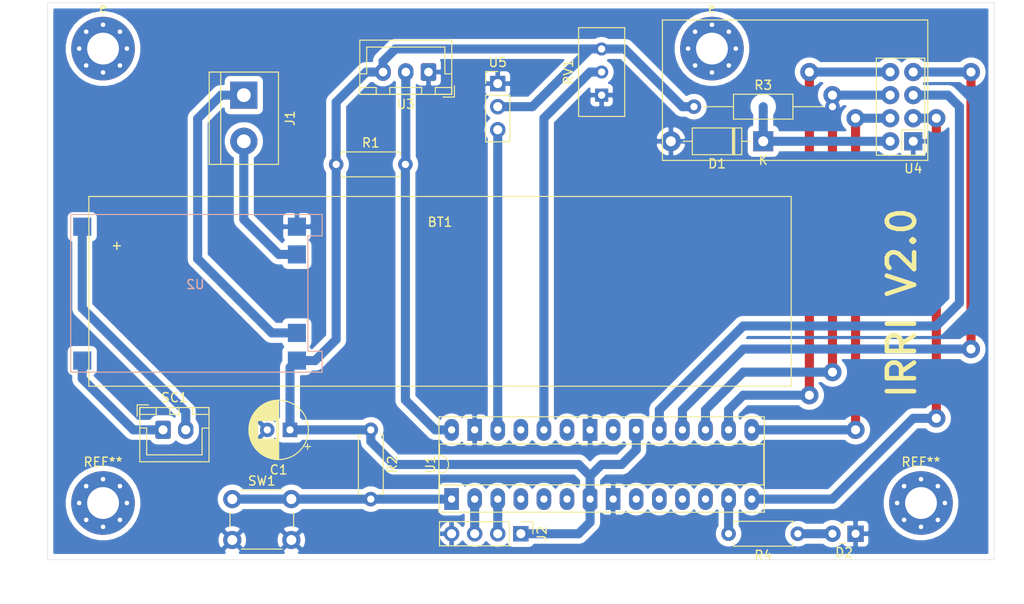
<source format=kicad_pcb>
(kicad_pcb (version 20171130) (host pcbnew 5.1.4)

  (general
    (thickness 1.6)
    (drawings 5)
    (tracks 115)
    (zones 0)
    (modules 22)
    (nets 33)
  )

  (page A)
  (title_block
    (title MedidoresV2)
    (date 2019-11-18)
    (rev Arthur)
    (company Irri)
  )

  (layers
    (0 F.Cu signal)
    (31 B.Cu signal)
    (32 B.Adhes user)
    (33 F.Adhes user)
    (34 B.Paste user)
    (35 F.Paste user)
    (36 B.SilkS user)
    (37 F.SilkS user)
    (38 B.Mask user)
    (39 F.Mask user)
    (40 Dwgs.User user)
    (41 Cmts.User user)
    (42 Eco1.User user)
    (43 Eco2.User user)
    (44 Edge.Cuts user)
    (45 Margin user)
    (46 B.CrtYd user)
    (47 F.CrtYd user)
    (48 B.Fab user)
    (49 F.Fab user)
  )

  (setup
    (last_trace_width 1)
    (user_trace_width 1)
    (trace_clearance 0.2)
    (zone_clearance 0.6)
    (zone_45_only yes)
    (trace_min 0.2)
    (via_size 0.8)
    (via_drill 0.4)
    (via_min_size 0.4)
    (via_min_drill 0.3)
    (user_via 2 1)
    (uvia_size 0.3)
    (uvia_drill 0.1)
    (uvias_allowed no)
    (uvia_min_size 0.2)
    (uvia_min_drill 0.1)
    (edge_width 0.05)
    (segment_width 0.2)
    (pcb_text_width 0.3)
    (pcb_text_size 1.5 1.5)
    (mod_edge_width 0.12)
    (mod_text_size 1 1)
    (mod_text_width 0.15)
    (pad_size 7 7)
    (pad_drill 3.5)
    (pad_to_mask_clearance 0.051)
    (solder_mask_min_width 0.25)
    (aux_axis_origin 88.9 60.96)
    (grid_origin 185.42 116.84)
    (visible_elements FFFFFF7F)
    (pcbplotparams
      (layerselection 0x010fc_ffffffff)
      (usegerberextensions false)
      (usegerberattributes false)
      (usegerberadvancedattributes false)
      (creategerberjobfile false)
      (excludeedgelayer true)
      (linewidth 0.100000)
      (plotframeref false)
      (viasonmask false)
      (mode 1)
      (useauxorigin false)
      (hpglpennumber 1)
      (hpglpenspeed 20)
      (hpglpendiameter 15.000000)
      (psnegative false)
      (psa4output false)
      (plotreference true)
      (plotvalue true)
      (plotinvisibletext false)
      (padsonsilk false)
      (subtractmaskfromsilk false)
      (outputformat 1)
      (mirror false)
      (drillshape 1)
      (scaleselection 1)
      (outputdirectory ""))
  )

  (net 0 "")
  (net 1 VBUS)
  (net 2 GNDPWR)
  (net 3 "Net-(D1-Pad1)")
  (net 4 /LED)
  (net 5 "Net-(J1-Pad1)")
  (net 6 "Net-(J1-Pad2)")
  (net 7 /TX)
  (net 8 /RX)
  (net 9 /DS18B20)
  (net 10 /RESET)
  (net 11 /Batt)
  (net 12 "Net-(SC1-Pad1)")
  (net 13 "Net-(SC1-Pad2)")
  (net 14 /CSN)
  (net 15 /IRQ)
  (net 16 /MOSI)
  (net 17 /MISO)
  (net 18 /SCK)
  (net 19 /SENO)
  (net 20 /CE)
  (net 21 "Net-(D2-Pad2)")
  (net 22 "Net-(U1-Pad4)")
  (net 23 "Net-(U1-Pad5)")
  (net 24 "Net-(U1-Pad6)")
  (net 25 "Net-(U1-Pad21)")
  (net 26 "Net-(U1-Pad9)")
  (net 27 "Net-(U1-Pad23)")
  (net 28 "Net-(U1-Pad10)")
  (net 29 "Net-(U1-Pad11)")
  (net 30 "Net-(U1-Pad25)")
  (net 31 "Net-(U1-Pad12)")
  (net 32 "Net-(U1-Pad27)")

  (net_class Default "Esta é a classe de rede padrão."
    (clearance 0.2)
    (trace_width 0.25)
    (via_dia 0.8)
    (via_drill 0.4)
    (uvia_dia 0.3)
    (uvia_drill 0.1)
    (add_net /Batt)
    (add_net /CE)
    (add_net /CSN)
    (add_net /DS18B20)
    (add_net /IRQ)
    (add_net /LED)
    (add_net /MISO)
    (add_net /MOSI)
    (add_net /RESET)
    (add_net /RX)
    (add_net /SCK)
    (add_net /SENO)
    (add_net /TX)
    (add_net GNDPWR)
    (add_net "Net-(D1-Pad1)")
    (add_net "Net-(D2-Pad2)")
    (add_net "Net-(J1-Pad1)")
    (add_net "Net-(J1-Pad2)")
    (add_net "Net-(SC1-Pad1)")
    (add_net "Net-(SC1-Pad2)")
    (add_net "Net-(U1-Pad10)")
    (add_net "Net-(U1-Pad11)")
    (add_net "Net-(U1-Pad12)")
    (add_net "Net-(U1-Pad21)")
    (add_net "Net-(U1-Pad23)")
    (add_net "Net-(U1-Pad25)")
    (add_net "Net-(U1-Pad27)")
    (add_net "Net-(U1-Pad4)")
    (add_net "Net-(U1-Pad5)")
    (add_net "Net-(U1-Pad6)")
    (add_net "Net-(U1-Pad9)")
    (add_net VBUS)
  )

  (module PI2_footprint:BatteryHolder (layer F.Cu) (tedit 5DD32B11) (tstamp 5DD40BA3)
    (at 132.08 87.63)
    (path /5E031205)
    (fp_text reference BT1 (at 0 -2.54) (layer F.SilkS)
      (effects (font (size 1 1) (thickness 0.15)))
    )
    (fp_text value Battery_Cell (at 0 6.35) (layer F.Fab)
      (effects (font (size 1 1) (thickness 0.15)))
    )
    (fp_text user + (at -35.56 0) (layer F.SilkS)
      (effects (font (size 1 1) (thickness 0.15)))
    )
    (fp_text user BatteryHolder_Keystone_1042_1x18650 (at 0 10.16) (layer F.Fab)
      (effects (font (size 1 1) (thickness 0.15)))
    )
    (fp_line (start 38.64 8.52) (end 38.64 15.52) (layer F.SilkS) (width 0.12))
    (fp_line (start -33.3675 -5.25) (end -38.53 -0.0875) (layer F.Fab) (width 0.1))
    (fp_line (start 38.53 -5.25) (end 38.53 15.41) (layer F.Fab) (width 0.1))
    (fp_line (start 39.03 15.91) (end 39.03 8.76) (layer F.CrtYd) (width 0.05))
    (fp_line (start -38.53 -0.0875) (end -38.53 15.41) (layer F.Fab) (width 0.1))
    (fp_line (start 39.03 -5.75) (end 39.03 1.4) (layer F.CrtYd) (width 0.05))
    (fp_line (start 38.64 8.52) (end 38.64 -5.34) (layer F.SilkS) (width 0.12))
    (fp_line (start -39.03 15.91) (end -39.03 8.76) (layer F.CrtYd) (width 0.05))
    (fp_line (start -33.3675 -5.25) (end 38.53 -5.25) (layer F.Fab) (width 0.1))
    (fp_line (start -38.64 -5.36) (end -38.64 8.52) (layer F.SilkS) (width 0.12))
    (fp_line (start -39.03 8.76) (end -39.03 1.4) (layer F.CrtYd) (width 0.05))
    (fp_line (start -38.53 15.41) (end 38.53 15.41) (layer F.Fab) (width 0.1))
    (fp_line (start 39.03 8.76) (end 39.03 1.4) (layer F.CrtYd) (width 0.05))
    (fp_line (start -39.03 -5.75) (end -39.03 1.4) (layer F.CrtYd) (width 0.05))
    (fp_line (start -38.64 15.52) (end -38.64 8.52) (layer F.SilkS) (width 0.12))
    (fp_line (start 38.64 15.52) (end -38.64 15.52) (layer F.SilkS) (width 0.12))
    (fp_line (start -39.03 -5.75) (end 39.03 -5.75) (layer F.CrtYd) (width 0.05))
    (fp_line (start -39.03 15.91) (end 39.03 15.91) (layer F.CrtYd) (width 0.05))
    (fp_line (start 38.64 -5.36) (end -38.64 -5.36) (layer F.SilkS) (width 0.12))
  )

  (module Resistor_THT:R_Axial_DIN0207_L6.3mm_D2.5mm_P15.24mm_Horizontal (layer F.Cu) (tedit 5AE5139B) (tstamp 5DD38E2F)
    (at 160.02 72.39)
    (descr "Resistor, Axial_DIN0207 series, Axial, Horizontal, pin pitch=15.24mm, 0.25W = 1/4W, length*diameter=6.3*2.5mm^2, http://cdn-reichelt.de/documents/datenblatt/B400/1_4W%23YAG.pdf")
    (tags "Resistor Axial_DIN0207 series Axial Horizontal pin pitch 15.24mm 0.25W = 1/4W length 6.3mm diameter 2.5mm")
    (path /5DBA437B)
    (fp_text reference R3 (at 7.62 -2.37) (layer F.SilkS)
      (effects (font (size 1 1) (thickness 0.15)))
    )
    (fp_text value 100 (at 7.62 2.37) (layer F.Fab)
      (effects (font (size 1 1) (thickness 0.15)))
    )
    (fp_text user %R (at 7.62 0) (layer F.Fab)
      (effects (font (size 1 1) (thickness 0.15)))
    )
    (fp_line (start 16.29 -1.5) (end -1.05 -1.5) (layer F.CrtYd) (width 0.05))
    (fp_line (start 16.29 1.5) (end 16.29 -1.5) (layer F.CrtYd) (width 0.05))
    (fp_line (start -1.05 1.5) (end 16.29 1.5) (layer F.CrtYd) (width 0.05))
    (fp_line (start -1.05 -1.5) (end -1.05 1.5) (layer F.CrtYd) (width 0.05))
    (fp_line (start 14.2 0) (end 10.89 0) (layer F.SilkS) (width 0.12))
    (fp_line (start 1.04 0) (end 4.35 0) (layer F.SilkS) (width 0.12))
    (fp_line (start 10.89 -1.37) (end 4.35 -1.37) (layer F.SilkS) (width 0.12))
    (fp_line (start 10.89 1.37) (end 10.89 -1.37) (layer F.SilkS) (width 0.12))
    (fp_line (start 4.35 1.37) (end 10.89 1.37) (layer F.SilkS) (width 0.12))
    (fp_line (start 4.35 -1.37) (end 4.35 1.37) (layer F.SilkS) (width 0.12))
    (fp_line (start 15.24 0) (end 10.77 0) (layer F.Fab) (width 0.1))
    (fp_line (start 0 0) (end 4.47 0) (layer F.Fab) (width 0.1))
    (fp_line (start 10.77 -1.25) (end 4.47 -1.25) (layer F.Fab) (width 0.1))
    (fp_line (start 10.77 1.25) (end 10.77 -1.25) (layer F.Fab) (width 0.1))
    (fp_line (start 4.47 1.25) (end 10.77 1.25) (layer F.Fab) (width 0.1))
    (fp_line (start 4.47 -1.25) (end 4.47 1.25) (layer F.Fab) (width 0.1))
    (pad 2 thru_hole oval (at 15.24 0) (size 1.6 1.6) (drill 0.8) (layers *.Cu *.Mask)
      (net 3 "Net-(D1-Pad1)"))
    (pad 1 thru_hole circle (at 0 0) (size 1.6 1.6) (drill 0.8) (layers *.Cu *.Mask)
      (net 1 VBUS))
    (model ${KISYS3DMOD}/Resistor_THT.3dshapes/R_Axial_DIN0207_L6.3mm_D2.5mm_P15.24mm_Horizontal.wrl
      (at (xyz 0 0 0))
      (scale (xyz 1 1 1))
      (rotate (xyz 0 0 0))
    )
  )

  (module PI2_footprint:Tp4056+ (layer B.Cu) (tedit 5DD321C3) (tstamp 5DD38ED8)
    (at 91.44 101.6)
    (path /5DE764C1)
    (fp_text reference U2 (at 13.716 -9.652) (layer B.SilkS)
      (effects (font (size 1 1) (thickness 0.15)) (justify mirror))
    )
    (fp_text value Tp4056+ (at 13.716 -6.35) (layer B.Fab)
      (effects (font (size 1 1) (thickness 0.15)) (justify mirror))
    )
    (fp_line (start 27.66 -15) (end 26.1 -15) (layer B.SilkS) (width 0.12))
    (fp_line (start 27.66 -17.35) (end 27.66 -15) (layer B.SilkS) (width 0.12))
    (fp_line (start 26.1 -2.3) (end 27.66 -2.3) (layer B.SilkS) (width 0.12))
    (fp_line (start 26.1 -2.3) (end 26.1 -15) (layer B.SilkS) (width 0.12))
    (fp_line (start 0 -17.35) (end 27.66 -17.35) (layer B.SilkS) (width 0.12))
    (fp_line (start 0 0) (end 0 -17.35) (layer B.SilkS) (width 0.12))
    (fp_line (start 27.66 0) (end 27.66 -2.3) (layer B.SilkS) (width 0.12))
    (fp_line (start 0 0) (end 27.66 0) (layer B.SilkS) (width 0.12))
    (pad 5 smd rect (at 24.892 -4.318) (size 2 2) (layers B.Cu B.Paste B.Mask)
      (net 5 "Net-(J1-Pad1)"))
    (pad 3 smd rect (at 24.892 -1.27) (size 2 2) (layers B.Cu B.Paste B.Mask)
      (net 1 VBUS))
    (pad 6 smd rect (at 24.892 -12.954) (size 2 2) (layers B.Cu B.Paste B.Mask)
      (net 6 "Net-(J1-Pad2)"))
    (pad 4 smd rect (at 24.892 -16.002) (size 2 2) (layers B.Cu B.Paste B.Mask)
      (net 2 GNDPWR))
    (pad 2 smd rect (at 1.27 -16.002) (size 2 2) (layers B.Cu B.Paste B.Mask)
      (net 13 "Net-(SC1-Pad2)"))
    (pad 1 smd rect (at 1.27 -1.27) (size 2 2) (layers B.Cu B.Paste B.Mask)
      (net 12 "Net-(SC1-Pad1)"))
  )

  (module RF_Module:nRF24L01_Breakout (layer F.Cu) (tedit 5DD3267A) (tstamp 5DD38F2C)
    (at 184.15 76.2 180)
    (descr "nRF24L01 breakout board")
    (tags "nRF24L01 adapter breakout")
    (path /5DB236E2)
    (fp_text reference U4 (at 0 -3) (layer F.SilkS)
      (effects (font (size 1 1) (thickness 0.15)))
    )
    (fp_text value NRF24L01+ (at 13 5) (layer F.Fab)
      (effects (font (size 1 1) (thickness 0.15)))
    )
    (fp_line (start -1.5 -2) (end 27.5 -2) (layer F.Fab) (width 0.1))
    (fp_line (start 27.5 -2) (end 27.5 13.25) (layer F.Fab) (width 0.1))
    (fp_line (start 27.5 13.25) (end -1.5 13.25) (layer F.Fab) (width 0.1))
    (fp_line (start -1.5 13.25) (end -1.5 -2) (layer F.Fab) (width 0.1))
    (fp_line (start -1.5 -2) (end -1.5 -2) (layer F.Fab) (width 0.1))
    (fp_line (start -1.27 -1.27) (end 3.81 -1.27) (layer F.Fab) (width 0.1))
    (fp_line (start 3.81 -1.27) (end 3.81 8.89) (layer F.Fab) (width 0.1))
    (fp_line (start 3.81 8.89) (end -1.27 8.89) (layer F.Fab) (width 0.1))
    (fp_line (start -1.27 8.89) (end -1.27 -1.27) (layer F.Fab) (width 0.1))
    (fp_line (start -1.27 -1.27) (end -1.27 -1.27) (layer F.Fab) (width 0.1))
    (fp_line (start -1.27 -1.524) (end 4.064 -1.524) (layer F.SilkS) (width 0.12))
    (fp_line (start 4.064 -1.524) (end 4.064 9.144) (layer F.SilkS) (width 0.12))
    (fp_line (start 4.064 9.144) (end -1.27 9.144) (layer F.SilkS) (width 0.12))
    (fp_line (start -1.27 9.144) (end -1.27 9.144) (layer F.SilkS) (width 0.12))
    (fp_line (start 1.27 -1.016) (end 1.27 1.27) (layer F.SilkS) (width 0.12))
    (fp_line (start 1.27 1.27) (end -1.016 1.27) (layer F.SilkS) (width 0.12))
    (fp_line (start -1.016 1.27) (end -1.016 1.27) (layer F.SilkS) (width 0.12))
    (fp_line (start -1.6 -2.1) (end 27.6 -2.1) (layer F.SilkS) (width 0.12))
    (fp_line (start 27.6 -2.1) (end 27.6 13.35) (layer F.SilkS) (width 0.12))
    (fp_line (start 27.6 13.35) (end -1.6 13.35) (layer F.SilkS) (width 0.12))
    (fp_line (start -1.6 13.35) (end -1.6 -2.1) (layer F.SilkS) (width 0.12))
    (fp_line (start -1.6 -2.1) (end -1.6 -2.1) (layer F.SilkS) (width 0.12))
    (fp_line (start -1.27 9.144) (end -1.27 -1.524) (layer F.SilkS) (width 0.12))
    (fp_line (start -1.27 -1.524) (end -1.27 -1.524) (layer F.SilkS) (width 0.12))
    (fp_line (start 27.75 -2.25) (end -1.75 -2.25) (layer F.CrtYd) (width 0.05))
    (fp_line (start -1.75 -2.25) (end -1.75 13.5) (layer F.CrtYd) (width 0.05))
    (fp_line (start -1.75 13.5) (end 27.75 13.5) (layer F.CrtYd) (width 0.05))
    (fp_line (start 27.75 13.5) (end 27.75 -2.25) (layer F.CrtYd) (width 0.05))
    (fp_line (start 27.75 -2.25) (end 27.75 -2.25) (layer F.CrtYd) (width 0.05))
    (fp_text user %R (at 12.5 2.5) (layer F.Fab)
      (effects (font (size 1 1) (thickness 0.15)))
    )
    (pad 1 thru_hole rect (at 0 0 180) (size 2 2) (drill 1) (layers *.Cu *.Mask)
      (net 2 GNDPWR))
    (pad 2 thru_hole circle (at 2.54 0 180) (size 2 2) (drill 1) (layers *.Cu *.Mask)
      (net 3 "Net-(D1-Pad1)"))
    (pad 3 thru_hole circle (at 0 2.54 180) (size 2 2) (drill 1) (layers *.Cu *.Mask)
      (net 20 /CE))
    (pad 4 thru_hole circle (at 2.54 2.54 180) (size 2 2) (drill 1) (layers *.Cu *.Mask)
      (net 14 /CSN))
    (pad 5 thru_hole circle (at 0 5.08 180) (size 2 2) (drill 1) (layers *.Cu *.Mask)
      (net 18 /SCK))
    (pad 6 thru_hole circle (at 2.54 5.08 180) (size 2 2) (drill 1) (layers *.Cu *.Mask)
      (net 16 /MOSI))
    (pad 7 thru_hole circle (at 0 7.62 180) (size 2 2) (drill 1) (layers *.Cu *.Mask)
      (net 17 /MISO))
    (pad 8 thru_hole circle (at 2.54 7.62 180) (size 2 2) (drill 1) (layers *.Cu *.Mask)
      (net 15 /IRQ))
    (model ${KISYS3DMOD}/RF_Module.3dshapes/nRF24L01_Breakout.wrl
      (at (xyz 0 0 0))
      (scale (xyz 1 1 1))
      (rotate (xyz 0 0 0))
    )
  )

  (module Resistor_THT:R_Axial_DIN0207_L6.3mm_D2.5mm_P7.62mm_Horizontal (layer F.Cu) (tedit 5AE5139B) (tstamp 5DD3D583)
    (at 171.45 119.38 180)
    (descr "Resistor, Axial_DIN0207 series, Axial, Horizontal, pin pitch=7.62mm, 0.25W = 1/4W, length*diameter=6.3*2.5mm^2, http://cdn-reichelt.de/documents/datenblatt/B400/1_4W%23YAG.pdf")
    (tags "Resistor Axial_DIN0207 series Axial Horizontal pin pitch 7.62mm 0.25W = 1/4W length 6.3mm diameter 2.5mm")
    (path /5E0B8E84)
    (fp_text reference R4 (at 3.81 -2.37) (layer F.SilkS)
      (effects (font (size 1 1) (thickness 0.15)))
    )
    (fp_text value 10k (at 3.81 2.37) (layer F.Fab)
      (effects (font (size 1 1) (thickness 0.15)))
    )
    (fp_text user %R (at 3.81 0) (layer F.Fab)
      (effects (font (size 1 1) (thickness 0.15)))
    )
    (fp_line (start 8.67 -1.5) (end -1.05 -1.5) (layer F.CrtYd) (width 0.05))
    (fp_line (start 8.67 1.5) (end 8.67 -1.5) (layer F.CrtYd) (width 0.05))
    (fp_line (start -1.05 1.5) (end 8.67 1.5) (layer F.CrtYd) (width 0.05))
    (fp_line (start -1.05 -1.5) (end -1.05 1.5) (layer F.CrtYd) (width 0.05))
    (fp_line (start 7.08 1.37) (end 7.08 1.04) (layer F.SilkS) (width 0.12))
    (fp_line (start 0.54 1.37) (end 7.08 1.37) (layer F.SilkS) (width 0.12))
    (fp_line (start 0.54 1.04) (end 0.54 1.37) (layer F.SilkS) (width 0.12))
    (fp_line (start 7.08 -1.37) (end 7.08 -1.04) (layer F.SilkS) (width 0.12))
    (fp_line (start 0.54 -1.37) (end 7.08 -1.37) (layer F.SilkS) (width 0.12))
    (fp_line (start 0.54 -1.04) (end 0.54 -1.37) (layer F.SilkS) (width 0.12))
    (fp_line (start 7.62 0) (end 6.96 0) (layer F.Fab) (width 0.1))
    (fp_line (start 0 0) (end 0.66 0) (layer F.Fab) (width 0.1))
    (fp_line (start 6.96 -1.25) (end 0.66 -1.25) (layer F.Fab) (width 0.1))
    (fp_line (start 6.96 1.25) (end 6.96 -1.25) (layer F.Fab) (width 0.1))
    (fp_line (start 0.66 1.25) (end 6.96 1.25) (layer F.Fab) (width 0.1))
    (fp_line (start 0.66 -1.25) (end 0.66 1.25) (layer F.Fab) (width 0.1))
    (pad 2 thru_hole oval (at 7.62 0 180) (size 1.6 1.6) (drill 0.8) (layers *.Cu *.Mask)
      (net 4 /LED))
    (pad 1 thru_hole circle (at 0 0 180) (size 1.6 1.6) (drill 0.8) (layers *.Cu *.Mask)
      (net 21 "Net-(D2-Pad2)"))
    (model ${KISYS3DMOD}/Resistor_THT.3dshapes/R_Axial_DIN0207_L6.3mm_D2.5mm_P7.62mm_Horizontal.wrl
      (at (xyz 0 0 0))
      (scale (xyz 1 1 1))
      (rotate (xyz 0 0 0))
    )
  )

  (module MountingHole:MountingHole_3.5mm_Pad_Via (layer F.Cu) (tedit 56DDBDB4) (tstamp 5DD39558)
    (at 95 116)
    (descr "Mounting Hole 3.5mm")
    (tags "mounting hole 3.5mm")
    (attr virtual)
    (fp_text reference REF** (at 0 -4.5) (layer F.SilkS)
      (effects (font (size 1 1) (thickness 0.15)))
    )
    (fp_text value MountingHole_3.5mm_Pad_Via (at 0 4.5) (layer F.Fab)
      (effects (font (size 1 1) (thickness 0.15)))
    )
    (fp_circle (center 0 0) (end 3.75 0) (layer F.CrtYd) (width 0.05))
    (fp_circle (center 0 0) (end 3.5 0) (layer Cmts.User) (width 0.15))
    (fp_text user %R (at 0.3 0) (layer F.Fab)
      (effects (font (size 1 1) (thickness 0.15)))
    )
    (pad 1 thru_hole circle (at 1.856155 -1.856155) (size 0.8 0.8) (drill 0.5) (layers *.Cu *.Mask))
    (pad 1 thru_hole circle (at 0 -2.625) (size 0.8 0.8) (drill 0.5) (layers *.Cu *.Mask))
    (pad 1 thru_hole circle (at -1.856155 -1.856155) (size 0.8 0.8) (drill 0.5) (layers *.Cu *.Mask))
    (pad 1 thru_hole circle (at -2.625 0) (size 0.8 0.8) (drill 0.5) (layers *.Cu *.Mask))
    (pad 1 thru_hole circle (at -1.856155 1.856155) (size 0.8 0.8) (drill 0.5) (layers *.Cu *.Mask))
    (pad 1 thru_hole circle (at 0 2.625) (size 0.8 0.8) (drill 0.5) (layers *.Cu *.Mask))
    (pad 1 thru_hole circle (at 1.856155 1.856155) (size 0.8 0.8) (drill 0.5) (layers *.Cu *.Mask))
    (pad 1 thru_hole circle (at 2.625 0) (size 0.8 0.8) (drill 0.5) (layers *.Cu *.Mask))
    (pad 1 thru_hole circle (at 0 0) (size 7 7) (drill 3.5) (layers *.Cu *.Mask))
  )

  (module MountingHole:MountingHole_3.5mm_Pad_Via (layer F.Cu) (tedit 56DDBDB4) (tstamp 5DD39472)
    (at 185 116)
    (descr "Mounting Hole 3.5mm")
    (tags "mounting hole 3.5mm")
    (attr virtual)
    (fp_text reference REF** (at 0 -4.5) (layer F.SilkS)
      (effects (font (size 1 1) (thickness 0.15)))
    )
    (fp_text value MountingHole_3.5mm_Pad_Via (at 0 4.5) (layer F.Fab)
      (effects (font (size 1 1) (thickness 0.15)))
    )
    (fp_text user %R (at 0.3 0) (layer F.Fab)
      (effects (font (size 1 1) (thickness 0.15)))
    )
    (fp_circle (center 0 0) (end 3.5 0) (layer Cmts.User) (width 0.15))
    (fp_circle (center 0 0) (end 3.75 0) (layer F.CrtYd) (width 0.05))
    (pad 1 thru_hole circle (at 0 0) (size 7 7) (drill 3.5) (layers *.Cu *.Mask))
    (pad 1 thru_hole circle (at 2.625 0) (size 0.8 0.8) (drill 0.5) (layers *.Cu *.Mask))
    (pad 1 thru_hole circle (at 1.856155 1.856155) (size 0.8 0.8) (drill 0.5) (layers *.Cu *.Mask))
    (pad 1 thru_hole circle (at 0 2.625) (size 0.8 0.8) (drill 0.5) (layers *.Cu *.Mask))
    (pad 1 thru_hole circle (at -1.856155 1.856155) (size 0.8 0.8) (drill 0.5) (layers *.Cu *.Mask))
    (pad 1 thru_hole circle (at -2.625 0) (size 0.8 0.8) (drill 0.5) (layers *.Cu *.Mask))
    (pad 1 thru_hole circle (at -1.856155 -1.856155) (size 0.8 0.8) (drill 0.5) (layers *.Cu *.Mask))
    (pad 1 thru_hole circle (at 0 -2.625) (size 0.8 0.8) (drill 0.5) (layers *.Cu *.Mask))
    (pad 1 thru_hole circle (at 1.856155 -1.856155) (size 0.8 0.8) (drill 0.5) (layers *.Cu *.Mask))
  )

  (module MountingHole:MountingHole_3.5mm_Pad_Via (layer F.Cu) (tedit 56DDBDB4) (tstamp 5DD38748)
    (at 162 66)
    (descr "Mounting Hole 3.5mm")
    (tags "mounting hole 3.5mm")
    (attr virtual)
    (fp_text reference e (at 0 -4.5) (layer F.SilkS)
      (effects (font (size 1 1) (thickness 0.15)))
    )
    (fp_text value MountingHole_3.5mm_Pad_Via (at 0 4.5) (layer F.Fab)
      (effects (font (size 1 1) (thickness 0.15)))
    )
    (fp_circle (center 0 0) (end 3.75 0) (layer F.CrtYd) (width 0.05))
    (fp_circle (center 0 0) (end 3.5 0) (layer Cmts.User) (width 0.15))
    (fp_text user %R (at 0.3 0) (layer F.Fab)
      (effects (font (size 1 1) (thickness 0.15)))
    )
    (pad 1 thru_hole circle (at 1.856155 -1.856155) (size 0.8 0.8) (drill 0.5) (layers *.Cu *.Mask))
    (pad 1 thru_hole circle (at 0 -2.625) (size 0.8 0.8) (drill 0.5) (layers *.Cu *.Mask))
    (pad 1 thru_hole circle (at -1.856155 -1.856155) (size 0.8 0.8) (drill 0.5) (layers *.Cu *.Mask))
    (pad 1 thru_hole circle (at -2.625 0) (size 0.8 0.8) (drill 0.5) (layers *.Cu *.Mask))
    (pad 1 thru_hole circle (at -1.856155 1.856155) (size 0.8 0.8) (drill 0.5) (layers *.Cu *.Mask))
    (pad 1 thru_hole circle (at 0 2.625) (size 0.8 0.8) (drill 0.5) (layers *.Cu *.Mask))
    (pad 1 thru_hole circle (at 1.856155 1.856155) (size 0.8 0.8) (drill 0.5) (layers *.Cu *.Mask))
    (pad 1 thru_hole circle (at 2.625 0) (size 0.8 0.8) (drill 0.5) (layers *.Cu *.Mask))
    (pad 1 thru_hole circle (at 0 0) (size 7 7) (drill 3.5) (layers *.Cu *.Mask))
  )

  (module MountingHole:MountingHole_3.5mm_Pad_Via (layer F.Cu) (tedit 56DDBDB4) (tstamp 5DD382E3)
    (at 95 66)
    (descr "Mounting Hole 3.5mm")
    (tags "mounting hole 3.5mm")
    (attr virtual)
    (fp_text reference e (at 0 -4.5) (layer F.SilkS)
      (effects (font (size 1 1) (thickness 0.15)))
    )
    (fp_text value MountingHole_3.5mm_Pad_Via (at 0 4.5) (layer F.Fab)
      (effects (font (size 1 1) (thickness 0.15)))
    )
    (fp_circle (center 0 0) (end 3.75 0) (layer F.CrtYd) (width 0.05))
    (fp_circle (center 0 0) (end 3.5 0) (layer Cmts.User) (width 0.15))
    (fp_text user %R (at 0.3 0) (layer F.Fab)
      (effects (font (size 1 1) (thickness 0.15)))
    )
    (pad 1 thru_hole circle (at 1.856155 -1.856155) (size 0.8 0.8) (drill 0.5) (layers *.Cu *.Mask))
    (pad 1 thru_hole circle (at 0 -2.625) (size 0.8 0.8) (drill 0.5) (layers *.Cu *.Mask))
    (pad 1 thru_hole circle (at -1.856155 -1.856155) (size 0.8 0.8) (drill 0.5) (layers *.Cu *.Mask))
    (pad 1 thru_hole circle (at -2.625 0) (size 0.8 0.8) (drill 0.5) (layers *.Cu *.Mask))
    (pad 1 thru_hole circle (at -1.856155 1.856155) (size 0.8 0.8) (drill 0.5) (layers *.Cu *.Mask))
    (pad 1 thru_hole circle (at 0 2.625) (size 0.8 0.8) (drill 0.5) (layers *.Cu *.Mask))
    (pad 1 thru_hole circle (at 1.856155 1.856155) (size 0.8 0.8) (drill 0.5) (layers *.Cu *.Mask))
    (pad 1 thru_hole circle (at 2.625 0) (size 0.8 0.8) (drill 0.5) (layers *.Cu *.Mask))
    (pad 1 thru_hole circle (at 0 0) (size 7 7) (drill 3.5) (layers *.Cu *.Mask))
  )

  (module Capacitor_THT:CP_Radial_D6.3mm_P2.50mm (layer F.Cu) (tedit 5AE50EF0) (tstamp 5DD38D8E)
    (at 115.57 107.95 180)
    (descr "CP, Radial series, Radial, pin pitch=2.50mm, , diameter=6.3mm, Electrolytic Capacitor")
    (tags "CP Radial series Radial pin pitch 2.50mm  diameter 6.3mm Electrolytic Capacitor")
    (path /5DB22BD6)
    (fp_text reference C1 (at 1.25 -4.4) (layer F.SilkS)
      (effects (font (size 1 1) (thickness 0.15)))
    )
    (fp_text value 100uF (at 1.25 4.4) (layer F.Fab)
      (effects (font (size 1 1) (thickness 0.15)))
    )
    (fp_circle (center 1.25 0) (end 4.4 0) (layer F.Fab) (width 0.1))
    (fp_circle (center 1.25 0) (end 4.52 0) (layer F.SilkS) (width 0.12))
    (fp_circle (center 1.25 0) (end 4.65 0) (layer F.CrtYd) (width 0.05))
    (fp_line (start -1.443972 -1.3735) (end -0.813972 -1.3735) (layer F.Fab) (width 0.1))
    (fp_line (start -1.128972 -1.6885) (end -1.128972 -1.0585) (layer F.Fab) (width 0.1))
    (fp_line (start 1.25 -3.23) (end 1.25 3.23) (layer F.SilkS) (width 0.12))
    (fp_line (start 1.29 -3.23) (end 1.29 3.23) (layer F.SilkS) (width 0.12))
    (fp_line (start 1.33 -3.23) (end 1.33 3.23) (layer F.SilkS) (width 0.12))
    (fp_line (start 1.37 -3.228) (end 1.37 3.228) (layer F.SilkS) (width 0.12))
    (fp_line (start 1.41 -3.227) (end 1.41 3.227) (layer F.SilkS) (width 0.12))
    (fp_line (start 1.45 -3.224) (end 1.45 3.224) (layer F.SilkS) (width 0.12))
    (fp_line (start 1.49 -3.222) (end 1.49 -1.04) (layer F.SilkS) (width 0.12))
    (fp_line (start 1.49 1.04) (end 1.49 3.222) (layer F.SilkS) (width 0.12))
    (fp_line (start 1.53 -3.218) (end 1.53 -1.04) (layer F.SilkS) (width 0.12))
    (fp_line (start 1.53 1.04) (end 1.53 3.218) (layer F.SilkS) (width 0.12))
    (fp_line (start 1.57 -3.215) (end 1.57 -1.04) (layer F.SilkS) (width 0.12))
    (fp_line (start 1.57 1.04) (end 1.57 3.215) (layer F.SilkS) (width 0.12))
    (fp_line (start 1.61 -3.211) (end 1.61 -1.04) (layer F.SilkS) (width 0.12))
    (fp_line (start 1.61 1.04) (end 1.61 3.211) (layer F.SilkS) (width 0.12))
    (fp_line (start 1.65 -3.206) (end 1.65 -1.04) (layer F.SilkS) (width 0.12))
    (fp_line (start 1.65 1.04) (end 1.65 3.206) (layer F.SilkS) (width 0.12))
    (fp_line (start 1.69 -3.201) (end 1.69 -1.04) (layer F.SilkS) (width 0.12))
    (fp_line (start 1.69 1.04) (end 1.69 3.201) (layer F.SilkS) (width 0.12))
    (fp_line (start 1.73 -3.195) (end 1.73 -1.04) (layer F.SilkS) (width 0.12))
    (fp_line (start 1.73 1.04) (end 1.73 3.195) (layer F.SilkS) (width 0.12))
    (fp_line (start 1.77 -3.189) (end 1.77 -1.04) (layer F.SilkS) (width 0.12))
    (fp_line (start 1.77 1.04) (end 1.77 3.189) (layer F.SilkS) (width 0.12))
    (fp_line (start 1.81 -3.182) (end 1.81 -1.04) (layer F.SilkS) (width 0.12))
    (fp_line (start 1.81 1.04) (end 1.81 3.182) (layer F.SilkS) (width 0.12))
    (fp_line (start 1.85 -3.175) (end 1.85 -1.04) (layer F.SilkS) (width 0.12))
    (fp_line (start 1.85 1.04) (end 1.85 3.175) (layer F.SilkS) (width 0.12))
    (fp_line (start 1.89 -3.167) (end 1.89 -1.04) (layer F.SilkS) (width 0.12))
    (fp_line (start 1.89 1.04) (end 1.89 3.167) (layer F.SilkS) (width 0.12))
    (fp_line (start 1.93 -3.159) (end 1.93 -1.04) (layer F.SilkS) (width 0.12))
    (fp_line (start 1.93 1.04) (end 1.93 3.159) (layer F.SilkS) (width 0.12))
    (fp_line (start 1.971 -3.15) (end 1.971 -1.04) (layer F.SilkS) (width 0.12))
    (fp_line (start 1.971 1.04) (end 1.971 3.15) (layer F.SilkS) (width 0.12))
    (fp_line (start 2.011 -3.141) (end 2.011 -1.04) (layer F.SilkS) (width 0.12))
    (fp_line (start 2.011 1.04) (end 2.011 3.141) (layer F.SilkS) (width 0.12))
    (fp_line (start 2.051 -3.131) (end 2.051 -1.04) (layer F.SilkS) (width 0.12))
    (fp_line (start 2.051 1.04) (end 2.051 3.131) (layer F.SilkS) (width 0.12))
    (fp_line (start 2.091 -3.121) (end 2.091 -1.04) (layer F.SilkS) (width 0.12))
    (fp_line (start 2.091 1.04) (end 2.091 3.121) (layer F.SilkS) (width 0.12))
    (fp_line (start 2.131 -3.11) (end 2.131 -1.04) (layer F.SilkS) (width 0.12))
    (fp_line (start 2.131 1.04) (end 2.131 3.11) (layer F.SilkS) (width 0.12))
    (fp_line (start 2.171 -3.098) (end 2.171 -1.04) (layer F.SilkS) (width 0.12))
    (fp_line (start 2.171 1.04) (end 2.171 3.098) (layer F.SilkS) (width 0.12))
    (fp_line (start 2.211 -3.086) (end 2.211 -1.04) (layer F.SilkS) (width 0.12))
    (fp_line (start 2.211 1.04) (end 2.211 3.086) (layer F.SilkS) (width 0.12))
    (fp_line (start 2.251 -3.074) (end 2.251 -1.04) (layer F.SilkS) (width 0.12))
    (fp_line (start 2.251 1.04) (end 2.251 3.074) (layer F.SilkS) (width 0.12))
    (fp_line (start 2.291 -3.061) (end 2.291 -1.04) (layer F.SilkS) (width 0.12))
    (fp_line (start 2.291 1.04) (end 2.291 3.061) (layer F.SilkS) (width 0.12))
    (fp_line (start 2.331 -3.047) (end 2.331 -1.04) (layer F.SilkS) (width 0.12))
    (fp_line (start 2.331 1.04) (end 2.331 3.047) (layer F.SilkS) (width 0.12))
    (fp_line (start 2.371 -3.033) (end 2.371 -1.04) (layer F.SilkS) (width 0.12))
    (fp_line (start 2.371 1.04) (end 2.371 3.033) (layer F.SilkS) (width 0.12))
    (fp_line (start 2.411 -3.018) (end 2.411 -1.04) (layer F.SilkS) (width 0.12))
    (fp_line (start 2.411 1.04) (end 2.411 3.018) (layer F.SilkS) (width 0.12))
    (fp_line (start 2.451 -3.002) (end 2.451 -1.04) (layer F.SilkS) (width 0.12))
    (fp_line (start 2.451 1.04) (end 2.451 3.002) (layer F.SilkS) (width 0.12))
    (fp_line (start 2.491 -2.986) (end 2.491 -1.04) (layer F.SilkS) (width 0.12))
    (fp_line (start 2.491 1.04) (end 2.491 2.986) (layer F.SilkS) (width 0.12))
    (fp_line (start 2.531 -2.97) (end 2.531 -1.04) (layer F.SilkS) (width 0.12))
    (fp_line (start 2.531 1.04) (end 2.531 2.97) (layer F.SilkS) (width 0.12))
    (fp_line (start 2.571 -2.952) (end 2.571 -1.04) (layer F.SilkS) (width 0.12))
    (fp_line (start 2.571 1.04) (end 2.571 2.952) (layer F.SilkS) (width 0.12))
    (fp_line (start 2.611 -2.934) (end 2.611 -1.04) (layer F.SilkS) (width 0.12))
    (fp_line (start 2.611 1.04) (end 2.611 2.934) (layer F.SilkS) (width 0.12))
    (fp_line (start 2.651 -2.916) (end 2.651 -1.04) (layer F.SilkS) (width 0.12))
    (fp_line (start 2.651 1.04) (end 2.651 2.916) (layer F.SilkS) (width 0.12))
    (fp_line (start 2.691 -2.896) (end 2.691 -1.04) (layer F.SilkS) (width 0.12))
    (fp_line (start 2.691 1.04) (end 2.691 2.896) (layer F.SilkS) (width 0.12))
    (fp_line (start 2.731 -2.876) (end 2.731 -1.04) (layer F.SilkS) (width 0.12))
    (fp_line (start 2.731 1.04) (end 2.731 2.876) (layer F.SilkS) (width 0.12))
    (fp_line (start 2.771 -2.856) (end 2.771 -1.04) (layer F.SilkS) (width 0.12))
    (fp_line (start 2.771 1.04) (end 2.771 2.856) (layer F.SilkS) (width 0.12))
    (fp_line (start 2.811 -2.834) (end 2.811 -1.04) (layer F.SilkS) (width 0.12))
    (fp_line (start 2.811 1.04) (end 2.811 2.834) (layer F.SilkS) (width 0.12))
    (fp_line (start 2.851 -2.812) (end 2.851 -1.04) (layer F.SilkS) (width 0.12))
    (fp_line (start 2.851 1.04) (end 2.851 2.812) (layer F.SilkS) (width 0.12))
    (fp_line (start 2.891 -2.79) (end 2.891 -1.04) (layer F.SilkS) (width 0.12))
    (fp_line (start 2.891 1.04) (end 2.891 2.79) (layer F.SilkS) (width 0.12))
    (fp_line (start 2.931 -2.766) (end 2.931 -1.04) (layer F.SilkS) (width 0.12))
    (fp_line (start 2.931 1.04) (end 2.931 2.766) (layer F.SilkS) (width 0.12))
    (fp_line (start 2.971 -2.742) (end 2.971 -1.04) (layer F.SilkS) (width 0.12))
    (fp_line (start 2.971 1.04) (end 2.971 2.742) (layer F.SilkS) (width 0.12))
    (fp_line (start 3.011 -2.716) (end 3.011 -1.04) (layer F.SilkS) (width 0.12))
    (fp_line (start 3.011 1.04) (end 3.011 2.716) (layer F.SilkS) (width 0.12))
    (fp_line (start 3.051 -2.69) (end 3.051 -1.04) (layer F.SilkS) (width 0.12))
    (fp_line (start 3.051 1.04) (end 3.051 2.69) (layer F.SilkS) (width 0.12))
    (fp_line (start 3.091 -2.664) (end 3.091 -1.04) (layer F.SilkS) (width 0.12))
    (fp_line (start 3.091 1.04) (end 3.091 2.664) (layer F.SilkS) (width 0.12))
    (fp_line (start 3.131 -2.636) (end 3.131 -1.04) (layer F.SilkS) (width 0.12))
    (fp_line (start 3.131 1.04) (end 3.131 2.636) (layer F.SilkS) (width 0.12))
    (fp_line (start 3.171 -2.607) (end 3.171 -1.04) (layer F.SilkS) (width 0.12))
    (fp_line (start 3.171 1.04) (end 3.171 2.607) (layer F.SilkS) (width 0.12))
    (fp_line (start 3.211 -2.578) (end 3.211 -1.04) (layer F.SilkS) (width 0.12))
    (fp_line (start 3.211 1.04) (end 3.211 2.578) (layer F.SilkS) (width 0.12))
    (fp_line (start 3.251 -2.548) (end 3.251 -1.04) (layer F.SilkS) (width 0.12))
    (fp_line (start 3.251 1.04) (end 3.251 2.548) (layer F.SilkS) (width 0.12))
    (fp_line (start 3.291 -2.516) (end 3.291 -1.04) (layer F.SilkS) (width 0.12))
    (fp_line (start 3.291 1.04) (end 3.291 2.516) (layer F.SilkS) (width 0.12))
    (fp_line (start 3.331 -2.484) (end 3.331 -1.04) (layer F.SilkS) (width 0.12))
    (fp_line (start 3.331 1.04) (end 3.331 2.484) (layer F.SilkS) (width 0.12))
    (fp_line (start 3.371 -2.45) (end 3.371 -1.04) (layer F.SilkS) (width 0.12))
    (fp_line (start 3.371 1.04) (end 3.371 2.45) (layer F.SilkS) (width 0.12))
    (fp_line (start 3.411 -2.416) (end 3.411 -1.04) (layer F.SilkS) (width 0.12))
    (fp_line (start 3.411 1.04) (end 3.411 2.416) (layer F.SilkS) (width 0.12))
    (fp_line (start 3.451 -2.38) (end 3.451 -1.04) (layer F.SilkS) (width 0.12))
    (fp_line (start 3.451 1.04) (end 3.451 2.38) (layer F.SilkS) (width 0.12))
    (fp_line (start 3.491 -2.343) (end 3.491 -1.04) (layer F.SilkS) (width 0.12))
    (fp_line (start 3.491 1.04) (end 3.491 2.343) (layer F.SilkS) (width 0.12))
    (fp_line (start 3.531 -2.305) (end 3.531 -1.04) (layer F.SilkS) (width 0.12))
    (fp_line (start 3.531 1.04) (end 3.531 2.305) (layer F.SilkS) (width 0.12))
    (fp_line (start 3.571 -2.265) (end 3.571 2.265) (layer F.SilkS) (width 0.12))
    (fp_line (start 3.611 -2.224) (end 3.611 2.224) (layer F.SilkS) (width 0.12))
    (fp_line (start 3.651 -2.182) (end 3.651 2.182) (layer F.SilkS) (width 0.12))
    (fp_line (start 3.691 -2.137) (end 3.691 2.137) (layer F.SilkS) (width 0.12))
    (fp_line (start 3.731 -2.092) (end 3.731 2.092) (layer F.SilkS) (width 0.12))
    (fp_line (start 3.771 -2.044) (end 3.771 2.044) (layer F.SilkS) (width 0.12))
    (fp_line (start 3.811 -1.995) (end 3.811 1.995) (layer F.SilkS) (width 0.12))
    (fp_line (start 3.851 -1.944) (end 3.851 1.944) (layer F.SilkS) (width 0.12))
    (fp_line (start 3.891 -1.89) (end 3.891 1.89) (layer F.SilkS) (width 0.12))
    (fp_line (start 3.931 -1.834) (end 3.931 1.834) (layer F.SilkS) (width 0.12))
    (fp_line (start 3.971 -1.776) (end 3.971 1.776) (layer F.SilkS) (width 0.12))
    (fp_line (start 4.011 -1.714) (end 4.011 1.714) (layer F.SilkS) (width 0.12))
    (fp_line (start 4.051 -1.65) (end 4.051 1.65) (layer F.SilkS) (width 0.12))
    (fp_line (start 4.091 -1.581) (end 4.091 1.581) (layer F.SilkS) (width 0.12))
    (fp_line (start 4.131 -1.509) (end 4.131 1.509) (layer F.SilkS) (width 0.12))
    (fp_line (start 4.171 -1.432) (end 4.171 1.432) (layer F.SilkS) (width 0.12))
    (fp_line (start 4.211 -1.35) (end 4.211 1.35) (layer F.SilkS) (width 0.12))
    (fp_line (start 4.251 -1.262) (end 4.251 1.262) (layer F.SilkS) (width 0.12))
    (fp_line (start 4.291 -1.165) (end 4.291 1.165) (layer F.SilkS) (width 0.12))
    (fp_line (start 4.331 -1.059) (end 4.331 1.059) (layer F.SilkS) (width 0.12))
    (fp_line (start 4.371 -0.94) (end 4.371 0.94) (layer F.SilkS) (width 0.12))
    (fp_line (start 4.411 -0.802) (end 4.411 0.802) (layer F.SilkS) (width 0.12))
    (fp_line (start 4.451 -0.633) (end 4.451 0.633) (layer F.SilkS) (width 0.12))
    (fp_line (start 4.491 -0.402) (end 4.491 0.402) (layer F.SilkS) (width 0.12))
    (fp_line (start -2.250241 -1.839) (end -1.620241 -1.839) (layer F.SilkS) (width 0.12))
    (fp_line (start -1.935241 -2.154) (end -1.935241 -1.524) (layer F.SilkS) (width 0.12))
    (fp_text user %R (at 1.25 0) (layer F.Fab)
      (effects (font (size 1 1) (thickness 0.15)))
    )
    (pad 1 thru_hole rect (at 0 0 180) (size 1.6 1.6) (drill 0.8) (layers *.Cu *.Mask)
      (net 1 VBUS))
    (pad 2 thru_hole circle (at 2.5 0 180) (size 1.6 1.6) (drill 0.8) (layers *.Cu *.Mask)
      (net 2 GNDPWR))
    (model ${KISYS3DMOD}/Capacitor_THT.3dshapes/CP_Radial_D6.3mm_P2.50mm.wrl
      (at (xyz 0 0 0))
      (scale (xyz 1 1 1))
      (rotate (xyz 0 0 0))
    )
  )

  (module Diode_THT:D_DO-41_SOD81_P10.16mm_Horizontal (layer F.Cu) (tedit 5AE50CD5) (tstamp 5DD38DAD)
    (at 167.64 76.2 180)
    (descr "Diode, DO-41_SOD81 series, Axial, Horizontal, pin pitch=10.16mm, , length*diameter=5.2*2.7mm^2, , http://www.diodes.com/_files/packages/DO-41%20(Plastic).pdf")
    (tags "Diode DO-41_SOD81 series Axial Horizontal pin pitch 10.16mm  length 5.2mm diameter 2.7mm")
    (path /5DB9CE8F)
    (fp_text reference D1 (at 5.08 -2.47) (layer F.SilkS)
      (effects (font (size 1 1) (thickness 0.15)))
    )
    (fp_text value " 1N4728" (at 5.08 2.47) (layer F.Fab)
      (effects (font (size 1 1) (thickness 0.15)))
    )
    (fp_line (start 2.48 -1.35) (end 2.48 1.35) (layer F.Fab) (width 0.1))
    (fp_line (start 2.48 1.35) (end 7.68 1.35) (layer F.Fab) (width 0.1))
    (fp_line (start 7.68 1.35) (end 7.68 -1.35) (layer F.Fab) (width 0.1))
    (fp_line (start 7.68 -1.35) (end 2.48 -1.35) (layer F.Fab) (width 0.1))
    (fp_line (start 0 0) (end 2.48 0) (layer F.Fab) (width 0.1))
    (fp_line (start 10.16 0) (end 7.68 0) (layer F.Fab) (width 0.1))
    (fp_line (start 3.26 -1.35) (end 3.26 1.35) (layer F.Fab) (width 0.1))
    (fp_line (start 3.36 -1.35) (end 3.36 1.35) (layer F.Fab) (width 0.1))
    (fp_line (start 3.16 -1.35) (end 3.16 1.35) (layer F.Fab) (width 0.1))
    (fp_line (start 2.36 -1.47) (end 2.36 1.47) (layer F.SilkS) (width 0.12))
    (fp_line (start 2.36 1.47) (end 7.8 1.47) (layer F.SilkS) (width 0.12))
    (fp_line (start 7.8 1.47) (end 7.8 -1.47) (layer F.SilkS) (width 0.12))
    (fp_line (start 7.8 -1.47) (end 2.36 -1.47) (layer F.SilkS) (width 0.12))
    (fp_line (start 1.34 0) (end 2.36 0) (layer F.SilkS) (width 0.12))
    (fp_line (start 8.82 0) (end 7.8 0) (layer F.SilkS) (width 0.12))
    (fp_line (start 3.26 -1.47) (end 3.26 1.47) (layer F.SilkS) (width 0.12))
    (fp_line (start 3.38 -1.47) (end 3.38 1.47) (layer F.SilkS) (width 0.12))
    (fp_line (start 3.14 -1.47) (end 3.14 1.47) (layer F.SilkS) (width 0.12))
    (fp_line (start -1.35 -1.6) (end -1.35 1.6) (layer F.CrtYd) (width 0.05))
    (fp_line (start -1.35 1.6) (end 11.51 1.6) (layer F.CrtYd) (width 0.05))
    (fp_line (start 11.51 1.6) (end 11.51 -1.6) (layer F.CrtYd) (width 0.05))
    (fp_line (start 11.51 -1.6) (end -1.35 -1.6) (layer F.CrtYd) (width 0.05))
    (fp_text user %R (at 5.47 0) (layer F.Fab)
      (effects (font (size 1 1) (thickness 0.15)))
    )
    (fp_text user K (at 0 -2.1) (layer F.Fab)
      (effects (font (size 1 1) (thickness 0.15)))
    )
    (fp_text user K (at 0 -2.1) (layer F.SilkS)
      (effects (font (size 1 1) (thickness 0.15)))
    )
    (pad 1 thru_hole rect (at 0 0 180) (size 2.2 2.2) (drill 1.1) (layers *.Cu *.Mask)
      (net 3 "Net-(D1-Pad1)"))
    (pad 2 thru_hole oval (at 10.16 0 180) (size 2.2 2.2) (drill 1.1) (layers *.Cu *.Mask)
      (net 2 GNDPWR))
    (model ${KISYS3DMOD}/Diode_THT.3dshapes/D_DO-41_SOD81_P10.16mm_Horizontal.wrl
      (at (xyz 0 0 0))
      (scale (xyz 1 1 1))
      (rotate (xyz 0 0 0))
    )
  )

  (module LED_THT:LED_Rectangular_W3.0mm_H2.0mm (layer F.Cu) (tedit 587A3A7B) (tstamp 5DD38DBD)
    (at 177.8 119.38 180)
    (descr "LED_Rectangular, Rectangular,  Rectangular size 3.0x2.0mm^2, 2 pins, http://www.kingbright.com/attachments/file/psearch/000/00/00/L-169XCGDK(Ver.9B).pdf")
    (tags "LED_Rectangular Rectangular  Rectangular size 3.0x2.0mm^2 2 pins")
    (path /5DEB75E0)
    (fp_text reference D2 (at 1.27 -2.06) (layer F.SilkS)
      (effects (font (size 1 1) (thickness 0.15)))
    )
    (fp_text value LED_Small_ALT (at 1.27 2.06) (layer F.Fab)
      (effects (font (size 1 1) (thickness 0.15)))
    )
    (fp_line (start -0.23 -1) (end -0.23 1) (layer F.Fab) (width 0.1))
    (fp_line (start -0.23 1) (end 2.77 1) (layer F.Fab) (width 0.1))
    (fp_line (start 2.77 1) (end 2.77 -1) (layer F.Fab) (width 0.1))
    (fp_line (start 2.77 -1) (end -0.23 -1) (layer F.Fab) (width 0.1))
    (fp_line (start 1.08 -1.06) (end 1.811 -1.06) (layer F.SilkS) (width 0.12))
    (fp_line (start 1.08 1.06) (end 1.811 1.06) (layer F.SilkS) (width 0.12))
    (fp_line (start -1.15 -1.35) (end -1.15 1.35) (layer F.CrtYd) (width 0.05))
    (fp_line (start -1.15 1.35) (end 3.7 1.35) (layer F.CrtYd) (width 0.05))
    (fp_line (start 3.7 1.35) (end 3.7 -1.35) (layer F.CrtYd) (width 0.05))
    (fp_line (start 3.7 -1.35) (end -1.15 -1.35) (layer F.CrtYd) (width 0.05))
    (pad 1 thru_hole rect (at 0 0 180) (size 1.8 1.8) (drill 0.9) (layers *.Cu *.Mask)
      (net 2 GNDPWR))
    (pad 2 thru_hole circle (at 2.54 0 180) (size 1.8 1.8) (drill 0.9) (layers *.Cu *.Mask)
      (net 21 "Net-(D2-Pad2)"))
    (model ${KISYS3DMOD}/LED_THT.3dshapes/LED_Rectangular_W3.0mm_H2.0mm.wrl
      (at (xyz 0 0 0))
      (scale (xyz 1 1 1))
      (rotate (xyz 0 0 0))
    )
  )

  (module TerminalBlock:TerminalBlock_bornier-2_P5.08mm (layer F.Cu) (tedit 59FF03AB) (tstamp 5DD38DD2)
    (at 110.49 71.12 270)
    (descr "simple 2-pin terminal block, pitch 5.08mm, revamped version of bornier2")
    (tags "terminal block bornier2")
    (path /5DBFD0C9)
    (fp_text reference J1 (at 2.54 -5.08 90) (layer F.SilkS)
      (effects (font (size 1 1) (thickness 0.15)))
    )
    (fp_text value "Li-Ion Battery" (at 2.54 5.08 90) (layer F.Fab)
      (effects (font (size 1 1) (thickness 0.15)))
    )
    (fp_text user %R (at 2.54 0 90) (layer F.Fab)
      (effects (font (size 1 1) (thickness 0.15)))
    )
    (fp_line (start -2.41 2.55) (end 7.49 2.55) (layer F.Fab) (width 0.1))
    (fp_line (start -2.46 -3.75) (end -2.46 3.75) (layer F.Fab) (width 0.1))
    (fp_line (start -2.46 3.75) (end 7.54 3.75) (layer F.Fab) (width 0.1))
    (fp_line (start 7.54 3.75) (end 7.54 -3.75) (layer F.Fab) (width 0.1))
    (fp_line (start 7.54 -3.75) (end -2.46 -3.75) (layer F.Fab) (width 0.1))
    (fp_line (start 7.62 2.54) (end -2.54 2.54) (layer F.SilkS) (width 0.12))
    (fp_line (start 7.62 3.81) (end 7.62 -3.81) (layer F.SilkS) (width 0.12))
    (fp_line (start 7.62 -3.81) (end -2.54 -3.81) (layer F.SilkS) (width 0.12))
    (fp_line (start -2.54 -3.81) (end -2.54 3.81) (layer F.SilkS) (width 0.12))
    (fp_line (start -2.54 3.81) (end 7.62 3.81) (layer F.SilkS) (width 0.12))
    (fp_line (start -2.71 -4) (end 7.79 -4) (layer F.CrtYd) (width 0.05))
    (fp_line (start -2.71 -4) (end -2.71 4) (layer F.CrtYd) (width 0.05))
    (fp_line (start 7.79 4) (end 7.79 -4) (layer F.CrtYd) (width 0.05))
    (fp_line (start 7.79 4) (end -2.71 4) (layer F.CrtYd) (width 0.05))
    (pad 1 thru_hole rect (at 0 0 270) (size 3 3) (drill 1.52) (layers *.Cu *.Mask)
      (net 5 "Net-(J1-Pad1)"))
    (pad 2 thru_hole circle (at 5.08 0 270) (size 3 3) (drill 1.52) (layers *.Cu *.Mask)
      (net 6 "Net-(J1-Pad2)"))
    (model ${KISYS3DMOD}/TerminalBlock.3dshapes/TerminalBlock_bornier-2_P5.08mm.wrl
      (offset (xyz 2.539999961853027 0 0))
      (scale (xyz 1 1 1))
      (rotate (xyz 0 0 0))
    )
  )

  (module Connector_PinHeader_2.54mm:PinHeader_1x04_P2.54mm_Vertical (layer F.Cu) (tedit 59FED5CC) (tstamp 5DD38DEA)
    (at 140.97 119.38 270)
    (descr "Through hole straight pin header, 1x04, 2.54mm pitch, single row")
    (tags "Through hole pin header THT 1x04 2.54mm single row")
    (path /5DFF6282)
    (fp_text reference J2 (at 0 -2.33 90) (layer F.SilkS)
      (effects (font (size 1 1) (thickness 0.15)))
    )
    (fp_text value Conn_01x04_Female (at 0 9.95 90) (layer F.Fab)
      (effects (font (size 1 1) (thickness 0.15)))
    )
    (fp_line (start -0.635 -1.27) (end 1.27 -1.27) (layer F.Fab) (width 0.1))
    (fp_line (start 1.27 -1.27) (end 1.27 8.89) (layer F.Fab) (width 0.1))
    (fp_line (start 1.27 8.89) (end -1.27 8.89) (layer F.Fab) (width 0.1))
    (fp_line (start -1.27 8.89) (end -1.27 -0.635) (layer F.Fab) (width 0.1))
    (fp_line (start -1.27 -0.635) (end -0.635 -1.27) (layer F.Fab) (width 0.1))
    (fp_line (start -1.33 8.95) (end 1.33 8.95) (layer F.SilkS) (width 0.12))
    (fp_line (start -1.33 1.27) (end -1.33 8.95) (layer F.SilkS) (width 0.12))
    (fp_line (start 1.33 1.27) (end 1.33 8.95) (layer F.SilkS) (width 0.12))
    (fp_line (start -1.33 1.27) (end 1.33 1.27) (layer F.SilkS) (width 0.12))
    (fp_line (start -1.33 0) (end -1.33 -1.33) (layer F.SilkS) (width 0.12))
    (fp_line (start -1.33 -1.33) (end 0 -1.33) (layer F.SilkS) (width 0.12))
    (fp_line (start -1.8 -1.8) (end -1.8 9.4) (layer F.CrtYd) (width 0.05))
    (fp_line (start -1.8 9.4) (end 1.8 9.4) (layer F.CrtYd) (width 0.05))
    (fp_line (start 1.8 9.4) (end 1.8 -1.8) (layer F.CrtYd) (width 0.05))
    (fp_line (start 1.8 -1.8) (end -1.8 -1.8) (layer F.CrtYd) (width 0.05))
    (fp_text user %R (at 0 3.81) (layer F.Fab)
      (effects (font (size 1 1) (thickness 0.15)))
    )
    (pad 1 thru_hole rect (at 0 0 270) (size 1.7 1.7) (drill 1) (layers *.Cu *.Mask)
      (net 1 VBUS))
    (pad 2 thru_hole oval (at 0 2.54 270) (size 1.7 1.7) (drill 1) (layers *.Cu *.Mask)
      (net 7 /TX))
    (pad 3 thru_hole oval (at 0 5.08 270) (size 1.7 1.7) (drill 1) (layers *.Cu *.Mask)
      (net 8 /RX))
    (pad 4 thru_hole oval (at 0 7.62 270) (size 1.7 1.7) (drill 1) (layers *.Cu *.Mask)
      (net 2 GNDPWR))
    (model ${KISYS3DMOD}/Connector_PinHeader_2.54mm.3dshapes/PinHeader_1x04_P2.54mm_Vertical.wrl
      (at (xyz 0 0 0))
      (scale (xyz 1 1 1))
      (rotate (xyz 0 0 0))
    )
  )

  (module Resistor_THT:R_Axial_DIN0207_L6.3mm_D2.5mm_P7.62mm_Horizontal (layer F.Cu) (tedit 5AE5139B) (tstamp 5DD38E01)
    (at 120.65 78.74)
    (descr "Resistor, Axial_DIN0207 series, Axial, Horizontal, pin pitch=7.62mm, 0.25W = 1/4W, length*diameter=6.3*2.5mm^2, http://cdn-reichelt.de/documents/datenblatt/B400/1_4W%23YAG.pdf")
    (tags "Resistor Axial_DIN0207 series Axial Horizontal pin pitch 7.62mm 0.25W = 1/4W length 6.3mm diameter 2.5mm")
    (path /5DC0C4F8)
    (fp_text reference R1 (at 3.81 -2.37) (layer F.SilkS)
      (effects (font (size 1 1) (thickness 0.15)))
    )
    (fp_text value 4.7k (at 3.81 2.37) (layer F.Fab)
      (effects (font (size 1 1) (thickness 0.15)))
    )
    (fp_line (start 0.66 -1.25) (end 0.66 1.25) (layer F.Fab) (width 0.1))
    (fp_line (start 0.66 1.25) (end 6.96 1.25) (layer F.Fab) (width 0.1))
    (fp_line (start 6.96 1.25) (end 6.96 -1.25) (layer F.Fab) (width 0.1))
    (fp_line (start 6.96 -1.25) (end 0.66 -1.25) (layer F.Fab) (width 0.1))
    (fp_line (start 0 0) (end 0.66 0) (layer F.Fab) (width 0.1))
    (fp_line (start 7.62 0) (end 6.96 0) (layer F.Fab) (width 0.1))
    (fp_line (start 0.54 -1.04) (end 0.54 -1.37) (layer F.SilkS) (width 0.12))
    (fp_line (start 0.54 -1.37) (end 7.08 -1.37) (layer F.SilkS) (width 0.12))
    (fp_line (start 7.08 -1.37) (end 7.08 -1.04) (layer F.SilkS) (width 0.12))
    (fp_line (start 0.54 1.04) (end 0.54 1.37) (layer F.SilkS) (width 0.12))
    (fp_line (start 0.54 1.37) (end 7.08 1.37) (layer F.SilkS) (width 0.12))
    (fp_line (start 7.08 1.37) (end 7.08 1.04) (layer F.SilkS) (width 0.12))
    (fp_line (start -1.05 -1.5) (end -1.05 1.5) (layer F.CrtYd) (width 0.05))
    (fp_line (start -1.05 1.5) (end 8.67 1.5) (layer F.CrtYd) (width 0.05))
    (fp_line (start 8.67 1.5) (end 8.67 -1.5) (layer F.CrtYd) (width 0.05))
    (fp_line (start 8.67 -1.5) (end -1.05 -1.5) (layer F.CrtYd) (width 0.05))
    (fp_text user %R (at 3.81 0) (layer F.Fab)
      (effects (font (size 1 1) (thickness 0.15)))
    )
    (pad 1 thru_hole circle (at 0 0) (size 1.6 1.6) (drill 0.8) (layers *.Cu *.Mask)
      (net 1 VBUS))
    (pad 2 thru_hole oval (at 7.62 0) (size 1.6 1.6) (drill 0.8) (layers *.Cu *.Mask)
      (net 9 /DS18B20))
    (model ${KISYS3DMOD}/Resistor_THT.3dshapes/R_Axial_DIN0207_L6.3mm_D2.5mm_P7.62mm_Horizontal.wrl
      (at (xyz 0 0 0))
      (scale (xyz 1 1 1))
      (rotate (xyz 0 0 0))
    )
  )

  (module Resistor_THT:R_Axial_DIN0207_L6.3mm_D2.5mm_P7.62mm_Horizontal (layer F.Cu) (tedit 5AE5139B) (tstamp 5DD38E18)
    (at 124.46 107.95 270)
    (descr "Resistor, Axial_DIN0207 series, Axial, Horizontal, pin pitch=7.62mm, 0.25W = 1/4W, length*diameter=6.3*2.5mm^2, http://cdn-reichelt.de/documents/datenblatt/B400/1_4W%23YAG.pdf")
    (tags "Resistor Axial_DIN0207 series Axial Horizontal pin pitch 7.62mm 0.25W = 1/4W length 6.3mm diameter 2.5mm")
    (path /5DB2175A)
    (fp_text reference R2 (at 3.81 -2.37 90) (layer F.SilkS)
      (effects (font (size 1 1) (thickness 0.15)))
    )
    (fp_text value 10k (at 3.81 2.37 90) (layer F.Fab)
      (effects (font (size 1 1) (thickness 0.15)))
    )
    (fp_text user %R (at 3.81 0 90) (layer F.Fab)
      (effects (font (size 1 1) (thickness 0.15)))
    )
    (fp_line (start 8.67 -1.5) (end -1.05 -1.5) (layer F.CrtYd) (width 0.05))
    (fp_line (start 8.67 1.5) (end 8.67 -1.5) (layer F.CrtYd) (width 0.05))
    (fp_line (start -1.05 1.5) (end 8.67 1.5) (layer F.CrtYd) (width 0.05))
    (fp_line (start -1.05 -1.5) (end -1.05 1.5) (layer F.CrtYd) (width 0.05))
    (fp_line (start 7.08 1.37) (end 7.08 1.04) (layer F.SilkS) (width 0.12))
    (fp_line (start 0.54 1.37) (end 7.08 1.37) (layer F.SilkS) (width 0.12))
    (fp_line (start 0.54 1.04) (end 0.54 1.37) (layer F.SilkS) (width 0.12))
    (fp_line (start 7.08 -1.37) (end 7.08 -1.04) (layer F.SilkS) (width 0.12))
    (fp_line (start 0.54 -1.37) (end 7.08 -1.37) (layer F.SilkS) (width 0.12))
    (fp_line (start 0.54 -1.04) (end 0.54 -1.37) (layer F.SilkS) (width 0.12))
    (fp_line (start 7.62 0) (end 6.96 0) (layer F.Fab) (width 0.1))
    (fp_line (start 0 0) (end 0.66 0) (layer F.Fab) (width 0.1))
    (fp_line (start 6.96 -1.25) (end 0.66 -1.25) (layer F.Fab) (width 0.1))
    (fp_line (start 6.96 1.25) (end 6.96 -1.25) (layer F.Fab) (width 0.1))
    (fp_line (start 0.66 1.25) (end 6.96 1.25) (layer F.Fab) (width 0.1))
    (fp_line (start 0.66 -1.25) (end 0.66 1.25) (layer F.Fab) (width 0.1))
    (pad 2 thru_hole oval (at 7.62 0 270) (size 1.6 1.6) (drill 0.8) (layers *.Cu *.Mask)
      (net 10 /RESET))
    (pad 1 thru_hole circle (at 0 0 270) (size 1.6 1.6) (drill 0.8) (layers *.Cu *.Mask)
      (net 1 VBUS))
    (model ${KISYS3DMOD}/Resistor_THT.3dshapes/R_Axial_DIN0207_L6.3mm_D2.5mm_P7.62mm_Horizontal.wrl
      (at (xyz 0 0 0))
      (scale (xyz 1 1 1))
      (rotate (xyz 0 0 0))
    )
  )

  (module Potentiometer_THT:Potentiometer_Bourns_3296W_Vertical (layer F.Cu) (tedit 5DD325A9) (tstamp 5DD38E46)
    (at 149.86 66.04 90)
    (descr "Potentiometer, vertical, Bourns 3296W, https://www.bourns.com/pdfs/3296.pdf")
    (tags "Potentiometer vertical Bourns 3296W")
    (path /5DBDD46A)
    (fp_text reference RV1 (at -2.54 -3.66 90) (layer F.SilkS)
      (effects (font (size 1 1) (thickness 0.15)))
    )
    (fp_text value R_POT_TRIM (at -2.54 3.67 90) (layer F.Fab)
      (effects (font (size 1 1) (thickness 0.15)))
    )
    (fp_circle (center 0.955 1.15) (end 2.05 1.15) (layer F.Fab) (width 0.1))
    (fp_line (start -7.305 -2.41) (end -7.305 2.42) (layer F.Fab) (width 0.1))
    (fp_line (start -7.305 2.42) (end 2.225 2.42) (layer F.Fab) (width 0.1))
    (fp_line (start 2.225 2.42) (end 2.225 -2.41) (layer F.Fab) (width 0.1))
    (fp_line (start 2.225 -2.41) (end -7.305 -2.41) (layer F.Fab) (width 0.1))
    (fp_line (start 0.955 2.235) (end 0.956 0.066) (layer F.Fab) (width 0.1))
    (fp_line (start 0.955 2.235) (end 0.956 0.066) (layer F.Fab) (width 0.1))
    (fp_line (start -7.425 -2.53) (end 2.345 -2.53) (layer F.SilkS) (width 0.12))
    (fp_line (start -7.425 2.54) (end 2.345 2.54) (layer F.SilkS) (width 0.12))
    (fp_line (start -7.425 -2.53) (end -7.425 2.54) (layer F.SilkS) (width 0.12))
    (fp_line (start 2.345 -2.53) (end 2.345 2.54) (layer F.SilkS) (width 0.12))
    (fp_line (start -7.6 -2.7) (end -7.6 2.7) (layer F.CrtYd) (width 0.05))
    (fp_line (start -7.6 2.7) (end 2.5 2.7) (layer F.CrtYd) (width 0.05))
    (fp_line (start 2.5 2.7) (end 2.5 -2.7) (layer F.CrtYd) (width 0.05))
    (fp_line (start 2.5 -2.7) (end -7.6 -2.7) (layer F.CrtYd) (width 0.05))
    (fp_text user %R (at -3.175 0.005 90) (layer F.Fab)
      (effects (font (size 1 1) (thickness 0.15)))
    )
    (pad 1 thru_hole circle (at 0 0 90) (size 1.44 1.44) (drill 0.8) (layers *.Cu *.Mask)
      (net 1 VBUS))
    (pad 2 thru_hole circle (at -2.54 0 90) (size 1.44 1.44) (drill 0.8) (layers *.Cu *.Mask)
      (net 11 /Batt))
    (pad 3 thru_hole rect (at -5.08 0 90) (size 1.44 1.44) (drill 0.8) (layers *.Cu *.Mask)
      (net 2 GNDPWR))
    (model ${KISYS3DMOD}/Potentiometer_THT.3dshapes/Potentiometer_Bourns_3296W_Vertical.wrl
      (at (xyz 0 0 0))
      (scale (xyz 1 1 1))
      (rotate (xyz 0 0 0))
    )
  )

  (module Connector_JST:JST_XH_B2B-XH-A_1x02_P2.50mm_Vertical (layer F.Cu) (tedit 5C28146C) (tstamp 5DD38E6F)
    (at 101.6 107.95)
    (descr "JST XH series connector, B2B-XH-A (http://www.jst-mfg.com/product/pdf/eng/eXH.pdf), generated with kicad-footprint-generator")
    (tags "connector JST XH vertical")
    (path /5DB1CC91)
    (fp_text reference SC1 (at 1.25 -3.55) (layer F.SilkS)
      (effects (font (size 1 1) (thickness 0.15)))
    )
    (fp_text value Solar_Cell (at 1.25 4.6) (layer F.Fab)
      (effects (font (size 1 1) (thickness 0.15)))
    )
    (fp_line (start -2.45 -2.35) (end -2.45 3.4) (layer F.Fab) (width 0.1))
    (fp_line (start -2.45 3.4) (end 4.95 3.4) (layer F.Fab) (width 0.1))
    (fp_line (start 4.95 3.4) (end 4.95 -2.35) (layer F.Fab) (width 0.1))
    (fp_line (start 4.95 -2.35) (end -2.45 -2.35) (layer F.Fab) (width 0.1))
    (fp_line (start -2.56 -2.46) (end -2.56 3.51) (layer F.SilkS) (width 0.12))
    (fp_line (start -2.56 3.51) (end 5.06 3.51) (layer F.SilkS) (width 0.12))
    (fp_line (start 5.06 3.51) (end 5.06 -2.46) (layer F.SilkS) (width 0.12))
    (fp_line (start 5.06 -2.46) (end -2.56 -2.46) (layer F.SilkS) (width 0.12))
    (fp_line (start -2.95 -2.85) (end -2.95 3.9) (layer F.CrtYd) (width 0.05))
    (fp_line (start -2.95 3.9) (end 5.45 3.9) (layer F.CrtYd) (width 0.05))
    (fp_line (start 5.45 3.9) (end 5.45 -2.85) (layer F.CrtYd) (width 0.05))
    (fp_line (start 5.45 -2.85) (end -2.95 -2.85) (layer F.CrtYd) (width 0.05))
    (fp_line (start -0.625 -2.35) (end 0 -1.35) (layer F.Fab) (width 0.1))
    (fp_line (start 0 -1.35) (end 0.625 -2.35) (layer F.Fab) (width 0.1))
    (fp_line (start 0.75 -2.45) (end 0.75 -1.7) (layer F.SilkS) (width 0.12))
    (fp_line (start 0.75 -1.7) (end 1.75 -1.7) (layer F.SilkS) (width 0.12))
    (fp_line (start 1.75 -1.7) (end 1.75 -2.45) (layer F.SilkS) (width 0.12))
    (fp_line (start 1.75 -2.45) (end 0.75 -2.45) (layer F.SilkS) (width 0.12))
    (fp_line (start -2.55 -2.45) (end -2.55 -1.7) (layer F.SilkS) (width 0.12))
    (fp_line (start -2.55 -1.7) (end -0.75 -1.7) (layer F.SilkS) (width 0.12))
    (fp_line (start -0.75 -1.7) (end -0.75 -2.45) (layer F.SilkS) (width 0.12))
    (fp_line (start -0.75 -2.45) (end -2.55 -2.45) (layer F.SilkS) (width 0.12))
    (fp_line (start 3.25 -2.45) (end 3.25 -1.7) (layer F.SilkS) (width 0.12))
    (fp_line (start 3.25 -1.7) (end 5.05 -1.7) (layer F.SilkS) (width 0.12))
    (fp_line (start 5.05 -1.7) (end 5.05 -2.45) (layer F.SilkS) (width 0.12))
    (fp_line (start 5.05 -2.45) (end 3.25 -2.45) (layer F.SilkS) (width 0.12))
    (fp_line (start -2.55 -0.2) (end -1.8 -0.2) (layer F.SilkS) (width 0.12))
    (fp_line (start -1.8 -0.2) (end -1.8 2.75) (layer F.SilkS) (width 0.12))
    (fp_line (start -1.8 2.75) (end 1.25 2.75) (layer F.SilkS) (width 0.12))
    (fp_line (start 5.05 -0.2) (end 4.3 -0.2) (layer F.SilkS) (width 0.12))
    (fp_line (start 4.3 -0.2) (end 4.3 2.75) (layer F.SilkS) (width 0.12))
    (fp_line (start 4.3 2.75) (end 1.25 2.75) (layer F.SilkS) (width 0.12))
    (fp_line (start -1.6 -2.75) (end -2.85 -2.75) (layer F.SilkS) (width 0.12))
    (fp_line (start -2.85 -2.75) (end -2.85 -1.5) (layer F.SilkS) (width 0.12))
    (fp_text user %R (at 1.25 2.7) (layer F.Fab)
      (effects (font (size 1 1) (thickness 0.15)))
    )
    (pad 1 thru_hole roundrect (at 0 0) (size 1.7 2) (drill 1) (layers *.Cu *.Mask) (roundrect_rratio 0.147059)
      (net 12 "Net-(SC1-Pad1)"))
    (pad 2 thru_hole oval (at 2.5 0) (size 1.7 2) (drill 1) (layers *.Cu *.Mask)
      (net 13 "Net-(SC1-Pad2)"))
    (model ${KISYS3DMOD}/Connector_JST.3dshapes/JST_XH_B2B-XH-A_1x02_P2.50mm_Vertical.wrl
      (at (xyz 0 0 0))
      (scale (xyz 1 1 1))
      (rotate (xyz 0 0 0))
    )
  )

  (module Button_Switch_THT:SW_PUSH_6mm_H4.3mm (layer F.Cu) (tedit 5A02FE31) (tstamp 5DD38E8E)
    (at 109.22 115.57)
    (descr "tactile push button, 6x6mm e.g. PHAP33xx series, height=4.3mm")
    (tags "tact sw push 6mm")
    (path /5DB4E6FC)
    (fp_text reference SW1 (at 3.25 -2) (layer F.SilkS)
      (effects (font (size 1 1) (thickness 0.15)))
    )
    (fp_text value SW_Push (at 3.75 6.7) (layer F.Fab)
      (effects (font (size 1 1) (thickness 0.15)))
    )
    (fp_text user %R (at 3.25 2.25) (layer F.Fab)
      (effects (font (size 1 1) (thickness 0.15)))
    )
    (fp_line (start 3.25 -0.75) (end 6.25 -0.75) (layer F.Fab) (width 0.1))
    (fp_line (start 6.25 -0.75) (end 6.25 5.25) (layer F.Fab) (width 0.1))
    (fp_line (start 6.25 5.25) (end 0.25 5.25) (layer F.Fab) (width 0.1))
    (fp_line (start 0.25 5.25) (end 0.25 -0.75) (layer F.Fab) (width 0.1))
    (fp_line (start 0.25 -0.75) (end 3.25 -0.75) (layer F.Fab) (width 0.1))
    (fp_line (start 7.75 6) (end 8 6) (layer F.CrtYd) (width 0.05))
    (fp_line (start 8 6) (end 8 5.75) (layer F.CrtYd) (width 0.05))
    (fp_line (start 7.75 -1.5) (end 8 -1.5) (layer F.CrtYd) (width 0.05))
    (fp_line (start 8 -1.5) (end 8 -1.25) (layer F.CrtYd) (width 0.05))
    (fp_line (start -1.5 -1.25) (end -1.5 -1.5) (layer F.CrtYd) (width 0.05))
    (fp_line (start -1.5 -1.5) (end -1.25 -1.5) (layer F.CrtYd) (width 0.05))
    (fp_line (start -1.5 5.75) (end -1.5 6) (layer F.CrtYd) (width 0.05))
    (fp_line (start -1.5 6) (end -1.25 6) (layer F.CrtYd) (width 0.05))
    (fp_line (start -1.25 -1.5) (end 7.75 -1.5) (layer F.CrtYd) (width 0.05))
    (fp_line (start -1.5 5.75) (end -1.5 -1.25) (layer F.CrtYd) (width 0.05))
    (fp_line (start 7.75 6) (end -1.25 6) (layer F.CrtYd) (width 0.05))
    (fp_line (start 8 -1.25) (end 8 5.75) (layer F.CrtYd) (width 0.05))
    (fp_line (start 1 5.5) (end 5.5 5.5) (layer F.SilkS) (width 0.12))
    (fp_line (start -0.25 1.5) (end -0.25 3) (layer F.SilkS) (width 0.12))
    (fp_line (start 5.5 -1) (end 1 -1) (layer F.SilkS) (width 0.12))
    (fp_line (start 6.75 3) (end 6.75 1.5) (layer F.SilkS) (width 0.12))
    (fp_circle (center 3.25 2.25) (end 1.25 2.5) (layer F.Fab) (width 0.1))
    (pad 2 thru_hole circle (at 0 4.5 90) (size 2 2) (drill 1.1) (layers *.Cu *.Mask)
      (net 2 GNDPWR))
    (pad 1 thru_hole circle (at 0 0 90) (size 2 2) (drill 1.1) (layers *.Cu *.Mask)
      (net 10 /RESET))
    (pad 2 thru_hole circle (at 6.5 4.5 90) (size 2 2) (drill 1.1) (layers *.Cu *.Mask)
      (net 2 GNDPWR))
    (pad 1 thru_hole circle (at 6.5 0 90) (size 2 2) (drill 1.1) (layers *.Cu *.Mask)
      (net 10 /RESET))
    (model ${KISYS3DMOD}/Button_Switch_THT.3dshapes/SW_PUSH_6mm_H4.3mm.wrl
      (at (xyz 0 0 0))
      (scale (xyz 1 1 1))
      (rotate (xyz 0 0 0))
    )
  )

  (module Package_DIP:DIP-28_W7.62mm_Socket_LongPads (layer F.Cu) (tedit 5DD318FA) (tstamp 5DD38EC6)
    (at 133.35 115.57 90)
    (descr "28-lead though-hole mounted DIP package, row spacing 7.62 mm (300 mils), Socket, LongPads")
    (tags "THT DIP DIL PDIP 2.54mm 7.62mm 300mil Socket LongPads")
    (path /5DC2CD35)
    (fp_text reference U1 (at 3.81 -2.33 90) (layer F.SilkS)
      (effects (font (size 1 1) (thickness 0.15)))
    )
    (fp_text value ATmega328P-PU (at 3.81 35.35 90) (layer F.Fab)
      (effects (font (size 1 1) (thickness 0.15)))
    )
    (fp_arc (start 3.81 -1.33) (end 2.81 -1.33) (angle -180) (layer F.SilkS) (width 0.12))
    (fp_line (start 1.635 -1.27) (end 6.985 -1.27) (layer F.Fab) (width 0.1))
    (fp_line (start 6.985 -1.27) (end 6.985 34.29) (layer F.Fab) (width 0.1))
    (fp_line (start 6.985 34.29) (end 0.635 34.29) (layer F.Fab) (width 0.1))
    (fp_line (start 0.635 34.29) (end 0.635 -0.27) (layer F.Fab) (width 0.1))
    (fp_line (start 0.635 -0.27) (end 1.635 -1.27) (layer F.Fab) (width 0.1))
    (fp_line (start -1.27 -1.33) (end -1.27 34.35) (layer F.Fab) (width 0.1))
    (fp_line (start -1.27 34.35) (end 8.89 34.35) (layer F.Fab) (width 0.1))
    (fp_line (start 8.89 34.35) (end 8.89 -1.33) (layer F.Fab) (width 0.1))
    (fp_line (start 8.89 -1.33) (end -1.27 -1.33) (layer F.Fab) (width 0.1))
    (fp_line (start 2.81 -1.33) (end 1.56 -1.33) (layer F.SilkS) (width 0.12))
    (fp_line (start 1.56 -1.33) (end 1.56 34.35) (layer F.SilkS) (width 0.12))
    (fp_line (start 1.56 34.35) (end 6.06 34.35) (layer F.SilkS) (width 0.12))
    (fp_line (start 6.06 34.35) (end 6.06 -1.33) (layer F.SilkS) (width 0.12))
    (fp_line (start 6.06 -1.33) (end 4.81 -1.33) (layer F.SilkS) (width 0.12))
    (fp_line (start -1.44 -1.39) (end -1.44 34.41) (layer F.SilkS) (width 0.12))
    (fp_line (start -1.44 34.41) (end 9.06 34.41) (layer F.SilkS) (width 0.12))
    (fp_line (start 9.06 34.41) (end 9.06 -1.39) (layer F.SilkS) (width 0.12))
    (fp_line (start 9.06 -1.39) (end -1.44 -1.39) (layer F.SilkS) (width 0.12))
    (fp_line (start -1.55 -1.6) (end -1.55 34.65) (layer F.CrtYd) (width 0.05))
    (fp_line (start -1.55 34.65) (end 9.15 34.65) (layer F.CrtYd) (width 0.05))
    (fp_line (start 9.15 34.65) (end 9.15 -1.6) (layer F.CrtYd) (width 0.05))
    (fp_line (start 9.15 -1.6) (end -1.55 -1.6) (layer F.CrtYd) (width 0.05))
    (fp_text user %R (at 3.81 16.51 90) (layer F.Fab)
      (effects (font (size 1 1) (thickness 0.15)))
    )
    (pad 1 thru_hole rect (at 0 0 90) (size 2.4 1.6) (drill 0.8) (layers *.Cu *.Mask)
      (net 10 /RESET))
    (pad 15 thru_hole oval (at 7.62 33.02 90) (size 2.4 1.6) (drill 0.8) (layers *.Cu *.Mask)
      (net 14 /CSN))
    (pad 2 thru_hole oval (at 0 2.54 90) (size 2.4 1.6) (drill 0.8) (layers *.Cu *.Mask)
      (net 8 /RX))
    (pad 16 thru_hole oval (at 7.62 30.48 90) (size 2.4 1.6) (drill 0.8) (layers *.Cu *.Mask)
      (net 15 /IRQ))
    (pad 3 thru_hole oval (at 0 5.08 90) (size 2.4 1.6) (drill 0.8) (layers *.Cu *.Mask)
      (net 7 /TX))
    (pad 17 thru_hole oval (at 7.62 27.94 90) (size 2.4 1.6) (drill 0.8) (layers *.Cu *.Mask)
      (net 16 /MOSI))
    (pad 4 thru_hole oval (at 0 7.62 90) (size 2.4 1.6) (drill 0.8) (layers *.Cu *.Mask)
      (net 22 "Net-(U1-Pad4)"))
    (pad 18 thru_hole oval (at 7.62 25.4 90) (size 2.4 1.6) (drill 0.8) (layers *.Cu *.Mask)
      (net 17 /MISO))
    (pad 5 thru_hole oval (at 0 10.16 90) (size 2.4 1.6) (drill 0.8) (layers *.Cu *.Mask)
      (net 23 "Net-(U1-Pad5)"))
    (pad 19 thru_hole oval (at 7.62 22.86 90) (size 2.4 1.6) (drill 0.8) (layers *.Cu *.Mask)
      (net 18 /SCK))
    (pad 6 thru_hole oval (at 0 12.7 90) (size 2.4 1.6) (drill 0.8) (layers *.Cu *.Mask)
      (net 24 "Net-(U1-Pad6)"))
    (pad 20 thru_hole roundrect (at 7.62 20.32 90) (size 2.4 1.6) (drill 0.8) (layers *.Cu *.Mask) (roundrect_rratio 0.25)
      (net 1 VBUS))
    (pad 7 thru_hole roundrect (at 0 15.24 90) (size 2.4 1.6) (drill 0.8) (layers *.Cu *.Mask) (roundrect_rratio 0.25)
      (net 1 VBUS))
    (pad 21 thru_hole oval (at 7.62 17.78 90) (size 2.4 1.6) (drill 0.8) (layers *.Cu *.Mask)
      (net 25 "Net-(U1-Pad21)"))
    (pad 8 thru_hole rect (at 0 17.78 90) (size 2.4 1.6) (drill 0.8) (layers *.Cu *.Mask)
      (net 2 GNDPWR))
    (pad 22 thru_hole rect (at 7.62 15.24 90) (size 2.4 1.6) (drill 0.8) (layers *.Cu *.Mask)
      (net 2 GNDPWR))
    (pad 9 thru_hole oval (at 0 20.32 90) (size 2.4 1.6) (drill 0.8) (layers *.Cu *.Mask)
      (net 26 "Net-(U1-Pad9)"))
    (pad 23 thru_hole oval (at 7.62 12.7 90) (size 2.4 1.6) (drill 0.8) (layers *.Cu *.Mask)
      (net 27 "Net-(U1-Pad23)"))
    (pad 10 thru_hole oval (at 0 22.86 90) (size 2.4 1.6) (drill 0.8) (layers *.Cu *.Mask)
      (net 28 "Net-(U1-Pad10)"))
    (pad 24 thru_hole oval (at 7.62 10.16 90) (size 2.4 1.6) (drill 0.8) (layers *.Cu *.Mask)
      (net 11 /Batt))
    (pad 11 thru_hole oval (at 0 25.4 90) (size 2.4 1.6) (drill 0.8) (layers *.Cu *.Mask)
      (net 29 "Net-(U1-Pad11)"))
    (pad 25 thru_hole oval (at 7.62 7.62 90) (size 2.4 1.6) (drill 0.8) (layers *.Cu *.Mask)
      (net 30 "Net-(U1-Pad25)"))
    (pad 12 thru_hole oval (at 0 27.94 90) (size 2.4 1.6) (drill 0.8) (layers *.Cu *.Mask)
      (net 31 "Net-(U1-Pad12)"))
    (pad 26 thru_hole oval (at 7.62 5.08 90) (size 2.4 1.6) (drill 0.8) (layers *.Cu *.Mask)
      (net 19 /SENO))
    (pad 13 thru_hole oval (at 0 30.48 90) (size 2.4 1.6) (drill 0.8) (layers *.Cu *.Mask)
      (net 4 /LED))
    (pad 27 thru_hole rect (at 7.62 2.54 90) (size 2.4 1.6) (drill 0.8) (layers *.Cu *.Mask)
      (net 32 "Net-(U1-Pad27)"))
    (pad 14 thru_hole oval (at 0 33.02 90) (size 2.4 1.6) (drill 0.8) (layers *.Cu *.Mask)
      (net 20 /CE))
    (pad 28 thru_hole oval (at 7.62 0 90) (size 2.4 1.6) (drill 0.8) (layers *.Cu *.Mask)
      (net 9 /DS18B20))
    (model ${KISYS3DMOD}/Package_DIP.3dshapes/DIP-28_W7.62mm_Socket.wrl
      (at (xyz 0 0 0))
      (scale (xyz 1 1 1))
      (rotate (xyz 0 0 0))
    )
  )

  (module Connector_JST:JST_XH_B3B-XH-A_1x03_P2.50mm_Vertical (layer F.Cu) (tedit 5C28146C) (tstamp 5DD38F02)
    (at 130.81 68.58 180)
    (descr "JST XH series connector, B3B-XH-A (http://www.jst-mfg.com/product/pdf/eng/eXH.pdf), generated with kicad-footprint-generator")
    (tags "connector JST XH vertical")
    (path /5DB23C9D)
    (fp_text reference U3 (at 2.5 -3.55) (layer F.SilkS)
      (effects (font (size 1 1) (thickness 0.15)))
    )
    (fp_text value DS18B20 (at 2.5 4.6) (layer F.Fab)
      (effects (font (size 1 1) (thickness 0.15)))
    )
    (fp_line (start -2.45 -2.35) (end -2.45 3.4) (layer F.Fab) (width 0.1))
    (fp_line (start -2.45 3.4) (end 7.45 3.4) (layer F.Fab) (width 0.1))
    (fp_line (start 7.45 3.4) (end 7.45 -2.35) (layer F.Fab) (width 0.1))
    (fp_line (start 7.45 -2.35) (end -2.45 -2.35) (layer F.Fab) (width 0.1))
    (fp_line (start -2.56 -2.46) (end -2.56 3.51) (layer F.SilkS) (width 0.12))
    (fp_line (start -2.56 3.51) (end 7.56 3.51) (layer F.SilkS) (width 0.12))
    (fp_line (start 7.56 3.51) (end 7.56 -2.46) (layer F.SilkS) (width 0.12))
    (fp_line (start 7.56 -2.46) (end -2.56 -2.46) (layer F.SilkS) (width 0.12))
    (fp_line (start -2.95 -2.85) (end -2.95 3.9) (layer F.CrtYd) (width 0.05))
    (fp_line (start -2.95 3.9) (end 7.95 3.9) (layer F.CrtYd) (width 0.05))
    (fp_line (start 7.95 3.9) (end 7.95 -2.85) (layer F.CrtYd) (width 0.05))
    (fp_line (start 7.95 -2.85) (end -2.95 -2.85) (layer F.CrtYd) (width 0.05))
    (fp_line (start -0.625 -2.35) (end 0 -1.35) (layer F.Fab) (width 0.1))
    (fp_line (start 0 -1.35) (end 0.625 -2.35) (layer F.Fab) (width 0.1))
    (fp_line (start 0.75 -2.45) (end 0.75 -1.7) (layer F.SilkS) (width 0.12))
    (fp_line (start 0.75 -1.7) (end 4.25 -1.7) (layer F.SilkS) (width 0.12))
    (fp_line (start 4.25 -1.7) (end 4.25 -2.45) (layer F.SilkS) (width 0.12))
    (fp_line (start 4.25 -2.45) (end 0.75 -2.45) (layer F.SilkS) (width 0.12))
    (fp_line (start -2.55 -2.45) (end -2.55 -1.7) (layer F.SilkS) (width 0.12))
    (fp_line (start -2.55 -1.7) (end -0.75 -1.7) (layer F.SilkS) (width 0.12))
    (fp_line (start -0.75 -1.7) (end -0.75 -2.45) (layer F.SilkS) (width 0.12))
    (fp_line (start -0.75 -2.45) (end -2.55 -2.45) (layer F.SilkS) (width 0.12))
    (fp_line (start 5.75 -2.45) (end 5.75 -1.7) (layer F.SilkS) (width 0.12))
    (fp_line (start 5.75 -1.7) (end 7.55 -1.7) (layer F.SilkS) (width 0.12))
    (fp_line (start 7.55 -1.7) (end 7.55 -2.45) (layer F.SilkS) (width 0.12))
    (fp_line (start 7.55 -2.45) (end 5.75 -2.45) (layer F.SilkS) (width 0.12))
    (fp_line (start -2.55 -0.2) (end -1.8 -0.2) (layer F.SilkS) (width 0.12))
    (fp_line (start -1.8 -0.2) (end -1.8 2.75) (layer F.SilkS) (width 0.12))
    (fp_line (start -1.8 2.75) (end 2.5 2.75) (layer F.SilkS) (width 0.12))
    (fp_line (start 7.55 -0.2) (end 6.8 -0.2) (layer F.SilkS) (width 0.12))
    (fp_line (start 6.8 -0.2) (end 6.8 2.75) (layer F.SilkS) (width 0.12))
    (fp_line (start 6.8 2.75) (end 2.5 2.75) (layer F.SilkS) (width 0.12))
    (fp_line (start -1.6 -2.75) (end -2.85 -2.75) (layer F.SilkS) (width 0.12))
    (fp_line (start -2.85 -2.75) (end -2.85 -1.5) (layer F.SilkS) (width 0.12))
    (fp_text user %R (at 2.5 2.7) (layer F.Fab)
      (effects (font (size 1 1) (thickness 0.15)))
    )
    (pad 1 thru_hole roundrect (at 0 0 180) (size 1.7 1.95) (drill 0.95) (layers *.Cu *.Mask) (roundrect_rratio 0.147059)
      (net 2 GNDPWR))
    (pad 2 thru_hole oval (at 2.5 0 180) (size 1.7 1.95) (drill 0.95) (layers *.Cu *.Mask)
      (net 9 /DS18B20))
    (pad 3 thru_hole oval (at 5 0 180) (size 1.7 1.95) (drill 0.95) (layers *.Cu *.Mask)
      (net 1 VBUS))
    (model ${KISYS3DMOD}/Connector_JST.3dshapes/JST_XH_B3B-XH-A_1x03_P2.50mm_Vertical.wrl
      (at (xyz 0 0 0))
      (scale (xyz 1 1 1))
      (rotate (xyz 0 0 0))
    )
  )

  (module Connector_PinHeader_2.54mm:PinHeader_1x03_P2.54mm_Vertical (layer F.Cu) (tedit 59FED5CC) (tstamp 5DD38F43)
    (at 138.43 69.85)
    (descr "Through hole straight pin header, 1x03, 2.54mm pitch, single row")
    (tags "Through hole pin header THT 1x03 2.54mm single row")
    (path /5DBEC5BC)
    (fp_text reference U5 (at 0 -2.33) (layer F.SilkS)
      (effects (font (size 1 1) (thickness 0.15)))
    )
    (fp_text value SENO (at 0 7.41) (layer F.Fab)
      (effects (font (size 1 1) (thickness 0.15)))
    )
    (fp_line (start -0.635 -1.27) (end 1.27 -1.27) (layer F.Fab) (width 0.1))
    (fp_line (start 1.27 -1.27) (end 1.27 6.35) (layer F.Fab) (width 0.1))
    (fp_line (start 1.27 6.35) (end -1.27 6.35) (layer F.Fab) (width 0.1))
    (fp_line (start -1.27 6.35) (end -1.27 -0.635) (layer F.Fab) (width 0.1))
    (fp_line (start -1.27 -0.635) (end -0.635 -1.27) (layer F.Fab) (width 0.1))
    (fp_line (start -1.33 6.41) (end 1.33 6.41) (layer F.SilkS) (width 0.12))
    (fp_line (start -1.33 1.27) (end -1.33 6.41) (layer F.SilkS) (width 0.12))
    (fp_line (start 1.33 1.27) (end 1.33 6.41) (layer F.SilkS) (width 0.12))
    (fp_line (start -1.33 1.27) (end 1.33 1.27) (layer F.SilkS) (width 0.12))
    (fp_line (start -1.33 0) (end -1.33 -1.33) (layer F.SilkS) (width 0.12))
    (fp_line (start -1.33 -1.33) (end 0 -1.33) (layer F.SilkS) (width 0.12))
    (fp_line (start -1.8 -1.8) (end -1.8 6.85) (layer F.CrtYd) (width 0.05))
    (fp_line (start -1.8 6.85) (end 1.8 6.85) (layer F.CrtYd) (width 0.05))
    (fp_line (start 1.8 6.85) (end 1.8 -1.8) (layer F.CrtYd) (width 0.05))
    (fp_line (start 1.8 -1.8) (end -1.8 -1.8) (layer F.CrtYd) (width 0.05))
    (fp_text user %R (at 0 2.54 90) (layer F.Fab)
      (effects (font (size 1 1) (thickness 0.15)))
    )
    (pad 1 thru_hole rect (at 0 0) (size 1.7 1.7) (drill 1) (layers *.Cu *.Mask)
      (net 2 GNDPWR))
    (pad 2 thru_hole oval (at 0 2.54) (size 1.7 1.7) (drill 1) (layers *.Cu *.Mask)
      (net 1 VBUS))
    (pad 3 thru_hole oval (at 0 5.08) (size 1.7 1.7) (drill 1) (layers *.Cu *.Mask)
      (net 19 /SENO))
    (model ${KISYS3DMOD}/Connector_PinHeader_2.54mm.3dshapes/PinHeader_1x03_P2.54mm_Vertical.wrl
      (at (xyz 0 0 0))
      (scale (xyz 1 1 1))
      (rotate (xyz 0 0 0))
    )
  )

  (gr_text "IRRI V2.0" (at 182.88 93.98 90) (layer F.SilkS)
    (effects (font (size 3 3) (thickness 0.5)))
  )
  (gr_line (start 88.9 60.96) (end 88.9 122.23) (layer Edge.Cuts) (width 0.05) (tstamp 5DD30B7E))
  (gr_line (start 88.9 60.96) (end 193.04 60.96) (layer Edge.Cuts) (width 0.05) (tstamp 5DD30D21))
  (gr_line (start 193.04 60.96) (end 193.04 122.23) (layer Edge.Cuts) (width 0.05) (tstamp 5DD30B7D))
  (gr_line (start 88.9 122.23) (end 193.04 122.23) (layer Edge.Cuts) (width 0.05) (tstamp 5DD30B41))

  (segment (start 115.57 107.95) (end 124.46 107.95) (width 1) (layer B.Cu) (net 1))
  (segment (start 115.57 101.092) (end 116.332 100.33) (width 1) (layer B.Cu) (net 1))
  (segment (start 115.57 107.95) (end 115.57 101.092) (width 1) (layer B.Cu) (net 1))
  (segment (start 120.65 98.012) (end 118.332 100.33) (width 1) (layer B.Cu) (net 1))
  (segment (start 118.332 100.33) (end 116.332 100.33) (width 1) (layer B.Cu) (net 1))
  (segment (start 120.65 78.74) (end 120.65 98.012) (width 1) (layer B.Cu) (net 1))
  (segment (start 123.96 68.58) (end 125.81 68.58) (width 1) (layer B.Cu) (net 1))
  (segment (start 120.65 71.89) (end 123.96 68.58) (width 1) (layer B.Cu) (net 1))
  (segment (start 120.65 78.74) (end 120.65 71.89) (width 1) (layer B.Cu) (net 1))
  (segment (start 125.81 68.58) (end 125.81 67.39) (width 1) (layer B.Cu) (net 1))
  (segment (start 127.16 66.04) (end 149.86 66.04) (width 1) (layer B.Cu) (net 1))
  (segment (start 125.81 67.39) (end 127.16 66.04) (width 1) (layer B.Cu) (net 1))
  (segment (start 149.86 66.04) (end 148.59 66.04) (width 1) (layer B.Cu) (net 1))
  (segment (start 142.24 72.39) (end 138.43 72.39) (width 1) (layer B.Cu) (net 1))
  (segment (start 148.59 66.04) (end 142.24 72.39) (width 1) (layer B.Cu) (net 1))
  (segment (start 148.59 115.57) (end 148.59 113.03) (width 1) (layer B.Cu) (net 1))
  (segment (start 147.32 119.38) (end 140.97 119.38) (width 1) (layer B.Cu) (net 1))
  (segment (start 148.59 115.57) (end 148.59 118.11) (width 1) (layer B.Cu) (net 1))
  (segment (start 148.59 118.11) (end 147.32 119.38) (width 1) (layer B.Cu) (net 1))
  (segment (start 148.59 115.57) (end 148.59 115.17) (width 1) (layer B.Cu) (net 1))
  (segment (start 147.32 111.76) (end 148.59 113.03) (width 1) (layer B.Cu) (net 1))
  (segment (start 127 111.76) (end 147.32 111.76) (width 1) (layer B.Cu) (net 1))
  (segment (start 124.46 107.95) (end 124.46 109.22) (width 1) (layer B.Cu) (net 1))
  (segment (start 124.46 109.22) (end 127 111.76) (width 1) (layer B.Cu) (net 1))
  (segment (start 148.59 113.03) (end 149.86 111.76) (width 1) (layer B.Cu) (net 1))
  (segment (start 152.06 111.76) (end 149.86 111.76) (width 1) (layer B.Cu) (net 1))
  (segment (start 153.67 110.15) (end 152.06 111.76) (width 1) (layer B.Cu) (net 1))
  (segment (start 153.67 107.95) (end 153.67 110.15) (width 1) (layer B.Cu) (net 1))
  (segment (start 149.86 66.04) (end 152.4 66.04) (width 1) (layer B.Cu) (net 1))
  (segment (start 158.75 72.39) (end 152.4 66.04) (width 1) (layer B.Cu) (net 1))
  (segment (start 160.02 72.39) (end 158.75 72.39) (width 1) (layer B.Cu) (net 1))
  (segment (start 167.64 76.2) (end 167.64 72.39) (width 1) (layer B.Cu) (net 3))
  (segment (start 167.64 76.2) (end 181.61 76.2) (width 1) (layer B.Cu) (net 3))
  (segment (start 163.83 119.38) (end 163.83 115.57) (width 1) (layer B.Cu) (net 4))
  (segment (start 107.99 71.12) (end 105.41 73.7) (width 1) (layer B.Cu) (net 5))
  (segment (start 110.49 71.12) (end 107.99 71.12) (width 1) (layer B.Cu) (net 5))
  (segment (start 105.41 89.122) (end 105.41 73.7) (width 1) (layer B.Cu) (net 5))
  (segment (start 113.57 97.282) (end 116.332 97.282) (width 1) (layer B.Cu) (net 5))
  (segment (start 105.41 89.122) (end 113.57 97.282) (width 1) (layer B.Cu) (net 5))
  (segment (start 110.49 76.2) (end 110.49 84.042) (width 1) (layer B.Cu) (net 6))
  (segment (start 110.49 84.804) (end 110.49 84.042) (width 1) (layer B.Cu) (net 6))
  (segment (start 114.332 88.646) (end 110.49 84.804) (width 1) (layer B.Cu) (net 6))
  (segment (start 116.332 88.646) (end 114.332 88.646) (width 1) (layer B.Cu) (net 6))
  (segment (start 138.43 119.38) (end 138.43 115.57) (width 1) (layer B.Cu) (net 7))
  (segment (start 135.89 119.38) (end 135.89 115.57) (width 1) (layer B.Cu) (net 8))
  (segment (start 131.55 107.95) (end 133.35 107.95) (width 1) (layer B.Cu) (net 9))
  (segment (start 128.27 104.67) (end 131.55 107.95) (width 1) (layer B.Cu) (net 9))
  (segment (start 128.27 78.74) (end 128.27 104.67) (width 1) (layer B.Cu) (net 9))
  (segment (start 128.31 78.7) (end 128.27 78.74) (width 1) (layer B.Cu) (net 9))
  (segment (start 128.31 68.58) (end 128.31 78.7) (width 1) (layer B.Cu) (net 9))
  (segment (start 124.46 115.57) (end 133.35 115.57) (width 1) (layer B.Cu) (net 10))
  (segment (start 124.46 115.57) (end 115.72 115.57) (width 1) (layer B.Cu) (net 10))
  (segment (start 115.72 115.57) (end 109.22 115.57) (width 1) (layer B.Cu) (net 10))
  (segment (start 149.86 68.58) (end 148.59 68.58) (width 1) (layer B.Cu) (net 11))
  (segment (start 143.51 73.66) (end 143.51 107.95) (width 1) (layer B.Cu) (net 11))
  (segment (start 148.59 68.58) (end 143.51 73.66) (width 1) (layer B.Cu) (net 11))
  (segment (start 100.65 107.95) (end 101.6 107.95) (width 1) (layer B.Cu) (net 12))
  (segment (start 98.33 107.95) (end 100.65 107.95) (width 1) (layer B.Cu) (net 12))
  (segment (start 92.71 102.33) (end 98.33 107.95) (width 1) (layer B.Cu) (net 12))
  (segment (start 92.71 100.33) (end 92.71 102.33) (width 1) (layer B.Cu) (net 12))
  (segment (start 104.1 105.95) (end 104.1 107.95) (width 1) (layer B.Cu) (net 13))
  (segment (start 92.71 85.598) (end 92.71 94.56) (width 1) (layer B.Cu) (net 13))
  (segment (start 92.71 94.56) (end 104.1 105.95) (width 1) (layer B.Cu) (net 13))
  (segment (start 181.61 73.66) (end 177.8 73.66) (width 1) (layer B.Cu) (net 14))
  (segment (start 177.8 73.66) (end 177.8 73.66) (width 1) (layer B.Cu) (net 14) (tstamp 5DD3EE5F))
  (via (at 177.8 73.66) (size 2) (drill 1) (layers F.Cu B.Cu) (net 14))
  (segment (start 166.37 107.95) (end 177.8 107.95) (width 1) (layer B.Cu) (net 14))
  (segment (start 177.8 107.95) (end 177.8 107.95) (width 1) (layer B.Cu) (net 14) (tstamp 5DD3EE65))
  (via (at 177.8 107.95) (size 2) (drill 1) (layers F.Cu B.Cu) (net 14))
  (segment (start 177.8 73.66) (end 177.8 107.95) (width 1) (layer F.Cu) (net 14))
  (segment (start 181.61 68.58) (end 172.72 68.58) (width 1) (layer B.Cu) (net 15))
  (segment (start 163.83 105.75) (end 165.44 104.14) (width 1) (layer B.Cu) (net 15))
  (segment (start 163.83 107.95) (end 163.83 105.75) (width 1) (layer B.Cu) (net 15))
  (segment (start 165.44 104.14) (end 172.72 104.14) (width 1) (layer B.Cu) (net 15))
  (segment (start 172.72 104.14) (end 172.72 104.14) (width 1) (layer B.Cu) (net 15) (tstamp 5DD3EE2F))
  (via (at 172.72 104.14) (size 2) (drill 1) (layers F.Cu B.Cu) (net 15))
  (segment (start 172.72 68.58) (end 172.72 68.58) (width 1) (layer B.Cu) (net 15) (tstamp 5DD3EE43))
  (via (at 172.72 68.58) (size 2) (drill 1) (layers F.Cu B.Cu) (net 15))
  (segment (start 172.72 104.14) (end 172.72 68.58) (width 1) (layer F.Cu) (net 15))
  (segment (start 161.29 105.75) (end 165.44 101.6) (width 1) (layer B.Cu) (net 16))
  (segment (start 161.29 107.95) (end 161.29 105.75) (width 1) (layer B.Cu) (net 16))
  (via (at 175.26 101.6) (size 2) (drill 1) (layers F.Cu B.Cu) (net 16))
  (segment (start 175.26 101.6) (end 165.44 101.6) (width 1) (layer B.Cu) (net 16))
  (segment (start 181.61 71.12) (end 175.26 71.12) (width 1) (layer B.Cu) (net 16))
  (segment (start 175.26 71.12) (end 175.26 71.12) (width 1) (layer B.Cu) (net 16) (tstamp 5DD3EE51))
  (via (at 175.26 71.12) (size 2) (drill 1) (layers F.Cu B.Cu) (net 16))
  (segment (start 175.26 71.12) (end 175.26 101.6) (width 1) (layer F.Cu) (net 16))
  (segment (start 158.75 105.75) (end 158.75 107.95) (width 1) (layer B.Cu) (net 17))
  (segment (start 165.44 99.06) (end 158.75 105.75) (width 1) (layer B.Cu) (net 17))
  (segment (start 187.96 99.06) (end 165.44 99.06) (width 1) (layer B.Cu) (net 17))
  (segment (start 187.96 99.06) (end 190.5 99.06) (width 1) (layer B.Cu) (net 17))
  (segment (start 190.5 99.06) (end 190.5 99.06) (width 1) (layer B.Cu) (net 17) (tstamp 5DD3EF99))
  (via (at 190.5 99.06) (size 2) (drill 1) (layers F.Cu B.Cu) (net 17))
  (segment (start 184.15 68.58) (end 190.5 68.58) (width 1) (layer B.Cu) (net 17))
  (segment (start 190.5 68.58) (end 190.5 68.58) (width 1) (layer B.Cu) (net 17) (tstamp 5DD3EF9F))
  (via (at 190.5 68.58) (size 2) (drill 1) (layers F.Cu B.Cu) (net 17))
  (segment (start 190.5 68.58) (end 190.5 99.06) (width 1) (layer F.Cu) (net 17))
  (segment (start 156.21 107.95) (end 156.21 105.75) (width 1) (layer B.Cu) (net 18))
  (segment (start 189.23 72.39) (end 187.96 71.12) (width 1) (layer B.Cu) (net 18))
  (segment (start 165.44 96.52) (end 186.69 96.52) (width 1) (layer B.Cu) (net 18))
  (segment (start 186.69 96.52) (end 189.23 93.98) (width 1) (layer B.Cu) (net 18))
  (segment (start 187.96 71.12) (end 184.15 71.12) (width 1) (layer B.Cu) (net 18))
  (segment (start 156.21 105.75) (end 165.44 96.52) (width 1) (layer B.Cu) (net 18))
  (segment (start 189.23 93.98) (end 189.23 72.39) (width 1) (layer B.Cu) (net 18))
  (segment (start 138.43 107.95) (end 138.43 74.93) (width 1) (layer B.Cu) (net 19))
  (segment (start 166.37 115.57) (end 175.26 115.57) (width 1) (layer B.Cu) (net 20))
  (segment (start 175.26 115.57) (end 184.15 106.68) (width 1) (layer B.Cu) (net 20))
  (segment (start 184.15 73.66) (end 186.69 73.66) (width 1) (layer B.Cu) (net 20))
  (segment (start 186.69 73.66) (end 186.69 73.66) (width 1) (layer B.Cu) (net 20) (tstamp 5DD3EF31))
  (via (at 186.69 73.66) (size 2) (drill 1) (layers F.Cu B.Cu) (net 20))
  (segment (start 184.15 106.68) (end 186.69 106.68) (width 1) (layer B.Cu) (net 20))
  (segment (start 186.69 106.68) (end 186.69 106.68) (width 1) (layer B.Cu) (net 20) (tstamp 5DD3EF3B))
  (via (at 186.69 106.68) (size 2) (drill 1) (layers F.Cu B.Cu) (net 20))
  (segment (start 186.69 106.68) (end 186.69 73.66) (width 1) (layer F.Cu) (net 20))
  (segment (start 171.45 119.38) (end 175.26 119.38) (width 1) (layer B.Cu) (net 21))

  (zone (net 2) (net_name GNDPWR) (layer B.Cu) (tstamp 5DD403ED) (hatch edge 0.508)
    (connect_pads (clearance 0.6))
    (min_thickness 0.256)
    (fill yes (arc_segments 32) (thermal_gap 0.508) (thermal_bridge_width 0.508) (smoothing fillet) (radius 0.2))
    (polygon
      (pts
        (xy 88.9 60.96) (xy 193.04 60.96) (xy 193.04 123.19) (xy 88.9 123.19)
      )
    )
    (filled_polygon
      (pts
        (xy 192.287001 121.477) (xy 116.568589 121.477) (xy 116.581491 121.470104) (xy 116.677112 121.205303) (xy 115.72 120.248191)
        (xy 114.762888 121.205303) (xy 114.858509 121.470104) (xy 114.872661 121.477) (xy 110.068589 121.477) (xy 110.081491 121.470104)
        (xy 110.177112 121.205303) (xy 109.22 120.248191) (xy 108.262888 121.205303) (xy 108.358509 121.470104) (xy 108.372661 121.477)
        (xy 89.653 121.477) (xy 89.653 115.583578) (xy 90.772 115.583578) (xy 90.772 116.416422) (xy 90.93448 117.233262)
        (xy 91.253195 118.002709) (xy 91.715898 118.695193) (xy 92.304807 119.284102) (xy 92.997291 119.746805) (xy 93.766738 120.06552)
        (xy 94.583578 120.228) (xy 95.416422 120.228) (xy 95.901297 120.131552) (xy 107.577237 120.131552) (xy 107.62081 120.450856)
        (xy 107.72584 120.755524) (xy 107.819896 120.931491) (xy 108.084697 121.027112) (xy 109.041809 120.07) (xy 109.398191 120.07)
        (xy 110.355303 121.027112) (xy 110.620104 120.931491) (xy 110.76127 120.641791) (xy 110.843206 120.330118) (xy 110.855278 120.131552)
        (xy 114.077237 120.131552) (xy 114.12081 120.450856) (xy 114.22584 120.755524) (xy 114.319896 120.931491) (xy 114.584697 121.027112)
        (xy 115.541809 120.07) (xy 115.898191 120.07) (xy 116.855303 121.027112) (xy 117.120104 120.931491) (xy 117.26127 120.641791)
        (xy 117.343206 120.330118) (xy 117.362763 120.008448) (xy 117.325595 119.736074) (xy 131.907287 119.736074) (xy 132.004475 120.010691)
        (xy 132.153371 120.261071) (xy 132.348252 120.477592) (xy 132.58163 120.651933) (xy 132.844536 120.777395) (xy 132.993927 120.822709)
        (xy 133.224 120.701005) (xy 133.224 119.506) (xy 132.028347 119.506) (xy 131.907287 119.736074) (xy 117.325595 119.736074)
        (xy 117.31919 119.689144) (xy 117.21416 119.384476) (xy 117.120104 119.208509) (xy 116.855303 119.112888) (xy 115.898191 120.07)
        (xy 115.541809 120.07) (xy 114.584697 119.112888) (xy 114.319896 119.208509) (xy 114.17873 119.498209) (xy 114.096794 119.809882)
        (xy 114.077237 120.131552) (xy 110.855278 120.131552) (xy 110.862763 120.008448) (xy 110.81919 119.689144) (xy 110.71416 119.384476)
        (xy 110.620104 119.208509) (xy 110.355303 119.112888) (xy 109.398191 120.07) (xy 109.041809 120.07) (xy 108.084697 119.112888)
        (xy 107.819896 119.208509) (xy 107.67873 119.498209) (xy 107.596794 119.809882) (xy 107.577237 120.131552) (xy 95.901297 120.131552)
        (xy 96.233262 120.06552) (xy 97.002709 119.746805) (xy 97.695193 119.284102) (xy 98.044598 118.934697) (xy 108.262888 118.934697)
        (xy 109.22 119.891809) (xy 110.177112 118.934697) (xy 114.762888 118.934697) (xy 115.72 119.891809) (xy 116.587883 119.023926)
        (xy 131.907287 119.023926) (xy 132.028347 119.254) (xy 133.224 119.254) (xy 133.224 118.058995) (xy 132.993927 117.937291)
        (xy 132.844536 117.982605) (xy 132.58163 118.108067) (xy 132.348252 118.282408) (xy 132.153371 118.498929) (xy 132.004475 118.749309)
        (xy 131.907287 119.023926) (xy 116.587883 119.023926) (xy 116.677112 118.934697) (xy 116.581491 118.669896) (xy 116.291791 118.52873)
        (xy 115.980118 118.446794) (xy 115.658448 118.427237) (xy 115.339144 118.47081) (xy 115.034476 118.57584) (xy 114.858509 118.669896)
        (xy 114.762888 118.934697) (xy 110.177112 118.934697) (xy 110.081491 118.669896) (xy 109.791791 118.52873) (xy 109.480118 118.446794)
        (xy 109.158448 118.427237) (xy 108.839144 118.47081) (xy 108.534476 118.57584) (xy 108.358509 118.669896) (xy 108.262888 118.934697)
        (xy 98.044598 118.934697) (xy 98.284102 118.695193) (xy 98.746805 118.002709) (xy 99.06552 117.233262) (xy 99.228 116.416422)
        (xy 99.228 115.583578) (xy 99.06552 114.766738) (xy 98.746805 113.997291) (xy 98.284102 113.304807) (xy 97.695193 112.715898)
        (xy 97.002709 112.253195) (xy 96.233262 111.93448) (xy 95.416422 111.772) (xy 94.583578 111.772) (xy 93.766738 111.93448)
        (xy 92.997291 112.253195) (xy 92.304807 112.715898) (xy 91.715898 113.304807) (xy 91.253195 113.997291) (xy 90.93448 114.766738)
        (xy 90.772 115.583578) (xy 89.653 115.583578) (xy 89.653 84.598) (xy 90.978478 84.598) (xy 90.978478 86.598)
        (xy 90.992534 86.740713) (xy 91.034162 86.877941) (xy 91.101762 87.004412) (xy 91.192736 87.115264) (xy 91.303588 87.206238)
        (xy 91.430059 87.273838) (xy 91.482 87.289594) (xy 91.482001 94.499681) (xy 91.47606 94.56) (xy 91.49977 94.800729)
        (xy 91.569987 95.032208) (xy 91.569988 95.032209) (xy 91.684017 95.245541) (xy 91.837473 95.432528) (xy 91.884327 95.47098)
        (xy 102.872 106.458654) (xy 102.872 106.487871) (xy 102.745304 106.383894) (xy 102.575612 106.293192) (xy 102.391485 106.237338)
        (xy 102.2 106.218478) (xy 101 106.218478) (xy 100.808515 106.237338) (xy 100.624388 106.293192) (xy 100.454696 106.383894)
        (xy 100.305959 106.505959) (xy 100.183894 106.654696) (xy 100.147919 106.722) (xy 98.838654 106.722) (xy 94.07632 101.959667)
        (xy 94.116412 101.938238) (xy 94.227264 101.847264) (xy 94.318238 101.736412) (xy 94.385838 101.609941) (xy 94.427466 101.472713)
        (xy 94.441522 101.33) (xy 94.441522 99.33) (xy 94.427466 99.187287) (xy 94.385838 99.050059) (xy 94.318238 98.923588)
        (xy 94.227264 98.812736) (xy 94.116412 98.721762) (xy 93.989941 98.654162) (xy 93.852713 98.612534) (xy 93.71 98.598478)
        (xy 91.71 98.598478) (xy 91.567287 98.612534) (xy 91.430059 98.654162) (xy 91.303588 98.721762) (xy 91.192736 98.812736)
        (xy 91.101762 98.923588) (xy 91.034162 99.050059) (xy 90.992534 99.187287) (xy 90.978478 99.33) (xy 90.978478 101.33)
        (xy 90.992534 101.472713) (xy 91.034162 101.609941) (xy 91.101762 101.736412) (xy 91.192736 101.847264) (xy 91.303588 101.938238)
        (xy 91.430059 102.005838) (xy 91.482001 102.021595) (xy 91.482001 102.269681) (xy 91.47606 102.33) (xy 91.49977 102.570729)
        (xy 91.569987 102.802208) (xy 91.675703 102.999987) (xy 91.684017 103.015541) (xy 91.837473 103.202528) (xy 91.884327 103.24098)
        (xy 97.41902 108.775674) (xy 97.457472 108.822528) (xy 97.644459 108.975984) (xy 97.857791 109.090013) (xy 98.08927 109.160231)
        (xy 98.26968 109.178) (xy 98.26969 109.178) (xy 98.329999 109.18394) (xy 98.390308 109.178) (xy 100.147919 109.178)
        (xy 100.183894 109.245304) (xy 100.305959 109.394041) (xy 100.454696 109.516106) (xy 100.624388 109.606808) (xy 100.808515 109.662662)
        (xy 101 109.681522) (xy 102.2 109.681522) (xy 102.391485 109.662662) (xy 102.575612 109.606808) (xy 102.745304 109.516106)
        (xy 102.894041 109.394041) (xy 103.012901 109.249209) (xy 103.219069 109.418407) (xy 103.493205 109.564936) (xy 103.790659 109.655167)
        (xy 104.1 109.685635) (xy 104.409342 109.655167) (xy 104.706796 109.564936) (xy 104.980932 109.418407) (xy 105.221213 109.221213)
        (xy 105.418407 108.980932) (xy 105.564936 108.706795) (xy 105.655167 108.409341) (xy 105.678 108.177517) (xy 105.678 108.019469)
        (xy 111.628725 108.019469) (xy 111.669972 108.299313) (xy 111.76502 108.565733) (xy 111.833029 108.692968) (xy 112.077398 108.764411)
        (xy 112.891809 107.95) (xy 112.077398 107.135589) (xy 111.833029 107.207032) (xy 111.711852 107.462629) (xy 111.642866 107.736956)
        (xy 111.628725 108.019469) (xy 105.678 108.019469) (xy 105.678 107.722482) (xy 105.655167 107.490658) (xy 105.564936 107.193204)
        (xy 105.418407 106.919068) (xy 105.328 106.808907) (xy 105.328 106.010308) (xy 105.33394 105.949999) (xy 105.328 105.88969)
        (xy 105.328 105.88968) (xy 105.310231 105.70927) (xy 105.240013 105.477791) (xy 105.17183 105.350231) (xy 105.125984 105.264458)
        (xy 105.010979 105.124325) (xy 104.972528 105.077472) (xy 104.925675 105.039021) (xy 93.938 94.051347) (xy 93.938 87.289594)
        (xy 93.989941 87.273838) (xy 94.116412 87.206238) (xy 94.227264 87.115264) (xy 94.318238 87.004412) (xy 94.385838 86.877941)
        (xy 94.427466 86.740713) (xy 94.441522 86.598) (xy 94.441522 84.598) (xy 94.427466 84.455287) (xy 94.385838 84.318059)
        (xy 94.318238 84.191588) (xy 94.227264 84.080736) (xy 94.116412 83.989762) (xy 93.989941 83.922162) (xy 93.852713 83.880534)
        (xy 93.71 83.866478) (xy 91.71 83.866478) (xy 91.567287 83.880534) (xy 91.430059 83.922162) (xy 91.303588 83.989762)
        (xy 91.192736 84.080736) (xy 91.101762 84.191588) (xy 91.034162 84.318059) (xy 90.992534 84.455287) (xy 90.978478 84.598)
        (xy 89.653 84.598) (xy 89.653 73.7) (xy 104.17606 73.7) (xy 104.182001 73.760319) (xy 104.182 89.061691)
        (xy 104.17606 89.122) (xy 104.182 89.182309) (xy 104.182 89.182319) (xy 104.199769 89.362729) (xy 104.269987 89.594208)
        (xy 104.384016 89.80754) (xy 104.537472 89.994528) (xy 104.584332 90.032985) (xy 112.659024 98.107679) (xy 112.697472 98.154528)
        (xy 112.744321 98.192976) (xy 112.744325 98.19298) (xy 112.884459 98.307984) (xy 113.097791 98.422013) (xy 113.32927 98.492231)
        (xy 113.57 98.515941) (xy 113.630319 98.51) (xy 114.640406 98.51) (xy 114.656162 98.561941) (xy 114.723762 98.688412)
        (xy 114.814736 98.799264) (xy 114.822944 98.806) (xy 114.814736 98.812736) (xy 114.723762 98.923588) (xy 114.656162 99.050059)
        (xy 114.614534 99.187287) (xy 114.600478 99.33) (xy 114.600478 100.337661) (xy 114.544016 100.40646) (xy 114.429987 100.619792)
        (xy 114.397323 100.727473) (xy 114.374653 100.802209) (xy 114.35977 100.851271) (xy 114.33606 101.092) (xy 114.342001 101.152319)
        (xy 114.342 106.559479) (xy 114.252736 106.632736) (xy 114.161762 106.743588) (xy 114.094162 106.870059) (xy 114.079187 106.919426)
        (xy 114.000784 106.841023) (xy 113.884411 106.957396) (xy 113.812968 106.713029) (xy 113.557371 106.591852) (xy 113.283044 106.522866)
        (xy 113.000531 106.508725) (xy 112.720687 106.549972) (xy 112.454267 106.64502) (xy 112.327032 106.713029) (xy 112.255589 106.957398)
        (xy 113.07 107.771809) (xy 113.084142 107.757667) (xy 113.262333 107.935858) (xy 113.248191 107.95) (xy 113.262333 107.964142)
        (xy 113.084142 108.142333) (xy 113.07 108.128191) (xy 112.255589 108.942602) (xy 112.327032 109.186971) (xy 112.582629 109.308148)
        (xy 112.856956 109.377134) (xy 113.139469 109.391275) (xy 113.419313 109.350028) (xy 113.685733 109.25498) (xy 113.812968 109.186971)
        (xy 113.884411 108.942604) (xy 114.000784 109.058977) (xy 114.079187 108.980574) (xy 114.094162 109.029941) (xy 114.161762 109.156412)
        (xy 114.252736 109.267264) (xy 114.363588 109.358238) (xy 114.490059 109.425838) (xy 114.627287 109.467466) (xy 114.77 109.481522)
        (xy 116.37 109.481522) (xy 116.512713 109.467466) (xy 116.649941 109.425838) (xy 116.776412 109.358238) (xy 116.887264 109.267264)
        (xy 116.960521 109.178) (xy 123.230197 109.178) (xy 123.22606 109.22) (xy 123.232 109.280309) (xy 123.232 109.28032)
        (xy 123.249769 109.46073) (xy 123.319987 109.692209) (xy 123.345762 109.74043) (xy 123.423248 109.885393) (xy 123.434017 109.905541)
        (xy 123.587473 110.092528) (xy 123.634327 110.13098) (xy 126.08902 112.585674) (xy 126.127472 112.632528) (xy 126.174325 112.670979)
        (xy 126.314458 112.785984) (xy 126.41681 112.840692) (xy 126.527791 112.900013) (xy 126.75927 112.970231) (xy 126.93968 112.988)
        (xy 126.93969 112.988) (xy 126.999999 112.99394) (xy 127.060308 112.988) (xy 146.811347 112.988) (xy 147.362001 113.538654)
        (xy 147.362001 114.00388) (xy 147.249174 114.14136) (xy 147.222878 114.190556) (xy 147.135687 114.084313) (xy 146.903018 113.893367)
        (xy 146.637568 113.751482) (xy 146.349539 113.664109) (xy 146.05 113.634607) (xy 145.75046 113.664109) (xy 145.462431 113.751482)
        (xy 145.196981 113.893367) (xy 144.964313 114.084313) (xy 144.78 114.308899) (xy 144.595687 114.084313) (xy 144.363018 113.893367)
        (xy 144.097568 113.751482) (xy 143.809539 113.664109) (xy 143.51 113.634607) (xy 143.21046 113.664109) (xy 142.922431 113.751482)
        (xy 142.656981 113.893367) (xy 142.424313 114.084313) (xy 142.24 114.308899) (xy 142.055687 114.084313) (xy 141.823018 113.893367)
        (xy 141.557568 113.751482) (xy 141.269539 113.664109) (xy 140.97 113.634607) (xy 140.67046 113.664109) (xy 140.382431 113.751482)
        (xy 140.116981 113.893367) (xy 139.884313 114.084313) (xy 139.7 114.308899) (xy 139.515687 114.084313) (xy 139.283018 113.893367)
        (xy 139.017568 113.751482) (xy 138.729539 113.664109) (xy 138.43 113.634607) (xy 138.13046 113.664109) (xy 137.842431 113.751482)
        (xy 137.576981 113.893367) (xy 137.344313 114.084313) (xy 137.16 114.308899) (xy 136.975687 114.084313) (xy 136.743018 113.893367)
        (xy 136.477568 113.751482) (xy 136.189539 113.664109) (xy 135.89 113.634607) (xy 135.59046 113.664109) (xy 135.302431 113.751482)
        (xy 135.036981 113.893367) (xy 134.81714 114.073786) (xy 134.758238 113.963588) (xy 134.667264 113.852736) (xy 134.556412 113.761762)
        (xy 134.429941 113.694162) (xy 134.292713 113.652534) (xy 134.15 113.638478) (xy 132.55 113.638478) (xy 132.407287 113.652534)
        (xy 132.270059 113.694162) (xy 132.143588 113.761762) (xy 132.032736 113.852736) (xy 131.941762 113.963588) (xy 131.874162 114.090059)
        (xy 131.832534 114.227287) (xy 131.821236 114.342) (xy 125.372278 114.342) (xy 125.313019 114.293367) (xy 125.047569 114.151482)
        (xy 124.75954 114.064109) (xy 124.535063 114.042) (xy 124.384937 114.042) (xy 124.16046 114.064109) (xy 123.872431 114.151482)
        (xy 123.606981 114.293367) (xy 123.547722 114.342) (xy 116.935761 114.342) (xy 116.821536 114.227775) (xy 116.538515 114.038666)
        (xy 116.224039 113.908406) (xy 115.890193 113.842) (xy 115.549807 113.842) (xy 115.215961 113.908406) (xy 114.901485 114.038666)
        (xy 114.618464 114.227775) (xy 114.504239 114.342) (xy 110.435761 114.342) (xy 110.321536 114.227775) (xy 110.038515 114.038666)
        (xy 109.724039 113.908406) (xy 109.390193 113.842) (xy 109.049807 113.842) (xy 108.715961 113.908406) (xy 108.401485 114.038666)
        (xy 108.118464 114.227775) (xy 107.877775 114.468464) (xy 107.688666 114.751485) (xy 107.558406 115.065961) (xy 107.492 115.399807)
        (xy 107.492 115.740193) (xy 107.558406 116.074039) (xy 107.688666 116.388515) (xy 107.877775 116.671536) (xy 108.118464 116.912225)
        (xy 108.401485 117.101334) (xy 108.715961 117.231594) (xy 109.049807 117.298) (xy 109.390193 117.298) (xy 109.724039 117.231594)
        (xy 110.038515 117.101334) (xy 110.321536 116.912225) (xy 110.435761 116.798) (xy 114.504239 116.798) (xy 114.618464 116.912225)
        (xy 114.901485 117.101334) (xy 115.215961 117.231594) (xy 115.549807 117.298) (xy 115.890193 117.298) (xy 116.224039 117.231594)
        (xy 116.538515 117.101334) (xy 116.821536 116.912225) (xy 116.935761 116.798) (xy 123.547722 116.798) (xy 123.606981 116.846633)
        (xy 123.872431 116.988518) (xy 124.16046 117.075891) (xy 124.384937 117.098) (xy 124.535063 117.098) (xy 124.75954 117.075891)
        (xy 125.047569 116.988518) (xy 125.313019 116.846633) (xy 125.372278 116.798) (xy 131.821236 116.798) (xy 131.832534 116.912713)
        (xy 131.874162 117.049941) (xy 131.941762 117.176412) (xy 132.032736 117.287264) (xy 132.143588 117.378238) (xy 132.270059 117.445838)
        (xy 132.407287 117.487466) (xy 132.55 117.501522) (xy 134.15 117.501522) (xy 134.292713 117.487466) (xy 134.429941 117.445838)
        (xy 134.556412 117.378238) (xy 134.662001 117.291584) (xy 134.662 118.388907) (xy 134.571593 118.499068) (xy 134.559815 118.521103)
        (xy 134.546629 118.498929) (xy 134.351748 118.282408) (xy 134.11837 118.108067) (xy 133.855464 117.982605) (xy 133.706073 117.937291)
        (xy 133.476 118.058995) (xy 133.476 119.254) (xy 133.496 119.254) (xy 133.496 119.506) (xy 133.476 119.506)
        (xy 133.476 120.701005) (xy 133.706073 120.822709) (xy 133.855464 120.777395) (xy 134.11837 120.651933) (xy 134.351748 120.477592)
        (xy 134.546629 120.261071) (xy 134.559815 120.238897) (xy 134.571593 120.260932) (xy 134.768787 120.501213) (xy 135.009068 120.698407)
        (xy 135.283204 120.844936) (xy 135.580658 120.935167) (xy 135.812482 120.958) (xy 135.967518 120.958) (xy 136.199342 120.935167)
        (xy 136.496796 120.844936) (xy 136.770932 120.698407) (xy 137.011213 120.501213) (xy 137.16 120.319916) (xy 137.308787 120.501213)
        (xy 137.549068 120.698407) (xy 137.823204 120.844936) (xy 138.120658 120.935167) (xy 138.352482 120.958) (xy 138.507518 120.958)
        (xy 138.739342 120.935167) (xy 139.036796 120.844936) (xy 139.310932 120.698407) (xy 139.47356 120.564941) (xy 139.511762 120.636412)
        (xy 139.602736 120.747264) (xy 139.713588 120.838238) (xy 139.840059 120.905838) (xy 139.977287 120.947466) (xy 140.12 120.961522)
        (xy 141.82 120.961522) (xy 141.962713 120.947466) (xy 142.099941 120.905838) (xy 142.226412 120.838238) (xy 142.337264 120.747264)
        (xy 142.428238 120.636412) (xy 142.443424 120.608) (xy 147.259691 120.608) (xy 147.32 120.61394) (xy 147.380309 120.608)
        (xy 147.38032 120.608) (xy 147.56073 120.590231) (xy 147.792209 120.520013) (xy 148.005541 120.405984) (xy 148.192528 120.252528)
        (xy 148.230984 120.205669) (xy 149.415674 119.02098) (xy 149.462528 118.982528) (xy 149.615984 118.795541) (xy 149.730013 118.582209)
        (xy 149.800231 118.35073) (xy 149.818 118.17032) (xy 149.818 118.17031) (xy 149.82394 118.110001) (xy 149.818 118.049692)
        (xy 149.818 117.148658) (xy 149.878104 117.221896) (xy 149.974948 117.301373) (xy 150.085436 117.36043) (xy 150.205322 117.396797)
        (xy 150.33 117.409077) (xy 150.845 117.406) (xy 151.004 117.247) (xy 151.004 115.696) (xy 150.984 115.696)
        (xy 150.984 115.444) (xy 151.004 115.444) (xy 151.004 113.893) (xy 151.256 113.893) (xy 151.256 115.444)
        (xy 151.276 115.444) (xy 151.276 115.696) (xy 151.256 115.696) (xy 151.256 117.247) (xy 151.415 117.406)
        (xy 151.93 117.409077) (xy 152.054678 117.396797) (xy 152.174564 117.36043) (xy 152.285052 117.301373) (xy 152.381896 117.221896)
        (xy 152.461373 117.125052) (xy 152.52043 117.014564) (xy 152.528562 116.987755) (xy 152.584313 117.055687) (xy 152.816982 117.246633)
        (xy 153.082432 117.388518) (xy 153.370461 117.475891) (xy 153.67 117.505393) (xy 153.96954 117.475891) (xy 154.257569 117.388518)
        (xy 154.523019 117.246633) (xy 154.755687 117.055687) (xy 154.94 116.831101) (xy 155.124313 117.055687) (xy 155.356982 117.246633)
        (xy 155.622432 117.388518) (xy 155.910461 117.475891) (xy 156.21 117.505393) (xy 156.50954 117.475891) (xy 156.797569 117.388518)
        (xy 157.063019 117.246633) (xy 157.295687 117.055687) (xy 157.48 116.831101) (xy 157.664313 117.055687) (xy 157.896982 117.246633)
        (xy 158.162432 117.388518) (xy 158.450461 117.475891) (xy 158.75 117.505393) (xy 159.04954 117.475891) (xy 159.337569 117.388518)
        (xy 159.603019 117.246633) (xy 159.835687 117.055687) (xy 160.02 116.831101) (xy 160.204313 117.055687) (xy 160.436982 117.246633)
        (xy 160.702432 117.388518) (xy 160.990461 117.475891) (xy 161.29 117.505393) (xy 161.58954 117.475891) (xy 161.877569 117.388518)
        (xy 162.143019 117.246633) (xy 162.375687 117.055687) (xy 162.56 116.831101) (xy 162.602001 116.882279) (xy 162.602 118.467721)
        (xy 162.553367 118.526981) (xy 162.411482 118.792431) (xy 162.324109 119.08046) (xy 162.294607 119.38) (xy 162.324109 119.67954)
        (xy 162.411482 119.967569) (xy 162.553367 120.233019) (xy 162.744313 120.465687) (xy 162.976981 120.656633) (xy 163.242431 120.798518)
        (xy 163.53046 120.885891) (xy 163.754937 120.908) (xy 163.905063 120.908) (xy 164.12954 120.885891) (xy 164.417569 120.798518)
        (xy 164.683019 120.656633) (xy 164.915687 120.465687) (xy 165.106633 120.233019) (xy 165.248518 119.967569) (xy 165.335891 119.67954)
        (xy 165.365393 119.38) (xy 165.350571 119.229505) (xy 169.922 119.229505) (xy 169.922 119.530495) (xy 169.980721 119.825701)
        (xy 170.095904 120.103779) (xy 170.263125 120.354043) (xy 170.475957 120.566875) (xy 170.726221 120.734096) (xy 171.004299 120.849279)
        (xy 171.299505 120.908) (xy 171.600495 120.908) (xy 171.895701 120.849279) (xy 172.173779 120.734096) (xy 172.362495 120.608)
        (xy 174.185661 120.608) (xy 174.222211 120.64455) (xy 174.488853 120.822715) (xy 174.78513 120.945437) (xy 175.099656 121.008)
        (xy 175.420344 121.008) (xy 175.73487 120.945437) (xy 176.031147 120.822715) (xy 176.297789 120.64455) (xy 176.347261 120.595078)
        (xy 176.368627 120.635052) (xy 176.448104 120.731896) (xy 176.544948 120.811373) (xy 176.655436 120.87043) (xy 176.775322 120.906797)
        (xy 176.9 120.919077) (xy 177.515 120.916) (xy 177.674 120.757) (xy 177.674 119.506) (xy 177.926 119.506)
        (xy 177.926 120.757) (xy 178.085 120.916) (xy 178.7 120.919077) (xy 178.824678 120.906797) (xy 178.944564 120.87043)
        (xy 179.055052 120.811373) (xy 179.151896 120.731896) (xy 179.231373 120.635052) (xy 179.29043 120.524564) (xy 179.326797 120.404678)
        (xy 179.339077 120.28) (xy 179.336 119.665) (xy 179.177 119.506) (xy 177.926 119.506) (xy 177.674 119.506)
        (xy 177.654 119.506) (xy 177.654 119.254) (xy 177.674 119.254) (xy 177.674 118.003) (xy 177.926 118.003)
        (xy 177.926 119.254) (xy 179.177 119.254) (xy 179.336 119.095) (xy 179.339077 118.48) (xy 179.326797 118.355322)
        (xy 179.29043 118.235436) (xy 179.231373 118.124948) (xy 179.151896 118.028104) (xy 179.055052 117.948627) (xy 178.944564 117.88957)
        (xy 178.824678 117.853203) (xy 178.7 117.840923) (xy 178.085 117.844) (xy 177.926 118.003) (xy 177.674 118.003)
        (xy 177.515 117.844) (xy 176.9 117.840923) (xy 176.775322 117.853203) (xy 176.655436 117.88957) (xy 176.544948 117.948627)
        (xy 176.448104 118.028104) (xy 176.368627 118.124948) (xy 176.347261 118.164922) (xy 176.297789 118.11545) (xy 176.031147 117.937285)
        (xy 175.73487 117.814563) (xy 175.420344 117.752) (xy 175.099656 117.752) (xy 174.78513 117.814563) (xy 174.488853 117.937285)
        (xy 174.222211 118.11545) (xy 174.185661 118.152) (xy 172.362495 118.152) (xy 172.173779 118.025904) (xy 171.895701 117.910721)
        (xy 171.600495 117.852) (xy 171.299505 117.852) (xy 171.004299 117.910721) (xy 170.726221 118.025904) (xy 170.475957 118.193125)
        (xy 170.263125 118.405957) (xy 170.095904 118.656221) (xy 169.980721 118.934299) (xy 169.922 119.229505) (xy 165.350571 119.229505)
        (xy 165.335891 119.08046) (xy 165.248518 118.792431) (xy 165.106633 118.526981) (xy 165.058 118.467722) (xy 165.058 116.882278)
        (xy 165.1 116.831101) (xy 165.284313 117.055687) (xy 165.516982 117.246633) (xy 165.782432 117.388518) (xy 166.070461 117.475891)
        (xy 166.37 117.505393) (xy 166.66954 117.475891) (xy 166.957569 117.388518) (xy 167.223019 117.246633) (xy 167.455687 117.055687)
        (xy 167.646633 116.823019) (xy 167.660006 116.798) (xy 175.199691 116.798) (xy 175.26 116.80394) (xy 175.320309 116.798)
        (xy 175.32032 116.798) (xy 175.50073 116.780231) (xy 175.732209 116.710013) (xy 175.945541 116.595984) (xy 176.132528 116.442528)
        (xy 176.170985 116.395668) (xy 176.983075 115.583578) (xy 180.772 115.583578) (xy 180.772 116.416422) (xy 180.93448 117.233262)
        (xy 181.253195 118.002709) (xy 181.715898 118.695193) (xy 182.304807 119.284102) (xy 182.997291 119.746805) (xy 183.766738 120.06552)
        (xy 184.583578 120.228) (xy 185.416422 120.228) (xy 186.233262 120.06552) (xy 187.002709 119.746805) (xy 187.695193 119.284102)
        (xy 188.284102 118.695193) (xy 188.746805 118.002709) (xy 189.06552 117.233262) (xy 189.228 116.416422) (xy 189.228 115.583578)
        (xy 189.06552 114.766738) (xy 188.746805 113.997291) (xy 188.284102 113.304807) (xy 187.695193 112.715898) (xy 187.002709 112.253195)
        (xy 186.233262 111.93448) (xy 185.416422 111.772) (xy 184.583578 111.772) (xy 183.766738 111.93448) (xy 182.997291 112.253195)
        (xy 182.304807 112.715898) (xy 181.715898 113.304807) (xy 181.253195 113.997291) (xy 180.93448 114.766738) (xy 180.772 115.583578)
        (xy 176.983075 115.583578) (xy 184.658655 107.908) (xy 185.474239 107.908) (xy 185.588464 108.022225) (xy 185.871485 108.211334)
        (xy 186.185961 108.341594) (xy 186.519807 108.408) (xy 186.860193 108.408) (xy 187.194039 108.341594) (xy 187.508515 108.211334)
        (xy 187.791536 108.022225) (xy 188.032225 107.781536) (xy 188.221334 107.498515) (xy 188.351594 107.184039) (xy 188.418 106.850193)
        (xy 188.418 106.509807) (xy 188.351594 106.175961) (xy 188.221334 105.861485) (xy 188.032225 105.578464) (xy 187.791536 105.337775)
        (xy 187.508515 105.148666) (xy 187.194039 105.018406) (xy 186.860193 104.952) (xy 186.519807 104.952) (xy 186.185961 105.018406)
        (xy 185.871485 105.148666) (xy 185.588464 105.337775) (xy 185.474239 105.452) (xy 184.210319 105.452) (xy 184.15 105.446059)
        (xy 183.90927 105.469769) (xy 183.677791 105.539987) (xy 183.464459 105.654016) (xy 183.324325 105.76902) (xy 183.324321 105.769024)
        (xy 183.277472 105.807472) (xy 183.239024 105.854321) (xy 174.751347 114.342) (xy 167.660006 114.342) (xy 167.646633 114.316981)
        (xy 167.455687 114.084313) (xy 167.223018 113.893367) (xy 166.957568 113.751482) (xy 166.669539 113.664109) (xy 166.37 113.634607)
        (xy 166.07046 113.664109) (xy 165.782431 113.751482) (xy 165.516981 113.893367) (xy 165.284313 114.084313) (xy 165.1 114.308899)
        (xy 164.915687 114.084313) (xy 164.683018 113.893367) (xy 164.417568 113.751482) (xy 164.129539 113.664109) (xy 163.83 113.634607)
        (xy 163.53046 113.664109) (xy 163.242431 113.751482) (xy 162.976981 113.893367) (xy 162.744313 114.084313) (xy 162.56 114.308899)
        (xy 162.375687 114.084313) (xy 162.143018 113.893367) (xy 161.877568 113.751482) (xy 161.589539 113.664109) (xy 161.29 113.634607)
        (xy 160.99046 113.664109) (xy 160.702431 113.751482) (xy 160.436981 113.893367) (xy 160.204313 114.084313) (xy 160.02 114.308899)
        (xy 159.835687 114.084313) (xy 159.603018 113.893367) (xy 159.337568 113.751482) (xy 159.049539 113.664109) (xy 158.75 113.634607)
        (xy 158.45046 113.664109) (xy 158.162431 113.751482) (xy 157.896981 113.893367) (xy 157.664313 114.084313) (xy 157.48 114.308899)
        (xy 157.295687 114.084313) (xy 157.063018 113.893367) (xy 156.797568 113.751482) (xy 156.509539 113.664109) (xy 156.21 113.634607)
        (xy 155.91046 113.664109) (xy 155.622431 113.751482) (xy 155.356981 113.893367) (xy 155.124313 114.084313) (xy 154.94 114.308899)
        (xy 154.755687 114.084313) (xy 154.523018 113.893367) (xy 154.257568 113.751482) (xy 153.969539 113.664109) (xy 153.67 113.634607)
        (xy 153.37046 113.664109) (xy 153.082431 113.751482) (xy 152.816981 113.893367) (xy 152.584313 114.084313) (xy 152.528563 114.152245)
        (xy 152.52043 114.125436) (xy 152.461373 114.014948) (xy 152.381896 113.918104) (xy 152.285052 113.838627) (xy 152.174564 113.77957)
        (xy 152.054678 113.743203) (xy 151.93 113.730923) (xy 151.415 113.734) (xy 151.256 113.893) (xy 151.004 113.893)
        (xy 150.845 113.734) (xy 150.33 113.730923) (xy 150.205322 113.743203) (xy 150.085436 113.77957) (xy 149.974948 113.838627)
        (xy 149.878104 113.918104) (xy 149.818 113.991342) (xy 149.818 113.538653) (xy 150.368654 112.988) (xy 151.999691 112.988)
        (xy 152.06 112.99394) (xy 152.120309 112.988) (xy 152.12032 112.988) (xy 152.30073 112.970231) (xy 152.532209 112.900013)
        (xy 152.745541 112.785984) (xy 152.932528 112.632528) (xy 152.970984 112.585669) (xy 154.495674 111.06098) (xy 154.542528 111.022528)
        (xy 154.695984 110.835541) (xy 154.810013 110.622209) (xy 154.880231 110.39073) (xy 154.898 110.21032) (xy 154.903941 110.15)
        (xy 154.898 110.089681) (xy 154.898 109.516119) (xy 155.010826 109.37864) (xy 155.037122 109.329444) (xy 155.124313 109.435687)
        (xy 155.356982 109.626633) (xy 155.622432 109.768518) (xy 155.910461 109.855891) (xy 156.21 109.885393) (xy 156.50954 109.855891)
        (xy 156.797569 109.768518) (xy 157.063019 109.626633) (xy 157.295687 109.435687) (xy 157.48 109.211101) (xy 157.664313 109.435687)
        (xy 157.896982 109.626633) (xy 158.162432 109.768518) (xy 158.450461 109.855891) (xy 158.75 109.885393) (xy 159.04954 109.855891)
        (xy 159.337569 109.768518) (xy 159.603019 109.626633) (xy 159.835687 109.435687) (xy 160.02 109.211101) (xy 160.204313 109.435687)
        (xy 160.436982 109.626633) (xy 160.702432 109.768518) (xy 160.990461 109.855891) (xy 161.29 109.885393) (xy 161.58954 109.855891)
        (xy 161.877569 109.768518) (xy 162.143019 109.626633) (xy 162.375687 109.435687) (xy 162.56 109.211101) (xy 162.744313 109.435687)
        (xy 162.976982 109.626633) (xy 163.242432 109.768518) (xy 163.530461 109.855891) (xy 163.83 109.885393) (xy 164.12954 109.855891)
        (xy 164.417569 109.768518) (xy 164.683019 109.626633) (xy 164.915687 109.435687) (xy 165.1 109.211101) (xy 165.284313 109.435687)
        (xy 165.516982 109.626633) (xy 165.782432 109.768518) (xy 166.070461 109.855891) (xy 166.37 109.885393) (xy 166.66954 109.855891)
        (xy 166.957569 109.768518) (xy 167.223019 109.626633) (xy 167.455687 109.435687) (xy 167.646633 109.203019) (xy 167.660006 109.178)
        (xy 176.584239 109.178) (xy 176.698464 109.292225) (xy 176.981485 109.481334) (xy 177.295961 109.611594) (xy 177.629807 109.678)
        (xy 177.970193 109.678) (xy 178.304039 109.611594) (xy 178.618515 109.481334) (xy 178.901536 109.292225) (xy 179.142225 109.051536)
        (xy 179.331334 108.768515) (xy 179.461594 108.454039) (xy 179.528 108.120193) (xy 179.528 107.779807) (xy 179.461594 107.445961)
        (xy 179.331334 107.131485) (xy 179.142225 106.848464) (xy 178.901536 106.607775) (xy 178.618515 106.418666) (xy 178.304039 106.288406)
        (xy 177.970193 106.222) (xy 177.629807 106.222) (xy 177.295961 106.288406) (xy 176.981485 106.418666) (xy 176.698464 106.607775)
        (xy 176.584239 106.722) (xy 167.660006 106.722) (xy 167.646633 106.696981) (xy 167.455687 106.464313) (xy 167.223018 106.273367)
        (xy 166.957568 106.131482) (xy 166.669539 106.044109) (xy 166.37 106.014607) (xy 166.07046 106.044109) (xy 165.782431 106.131482)
        (xy 165.516981 106.273367) (xy 165.284313 106.464313) (xy 165.1 106.688899) (xy 165.058 106.637722) (xy 165.058 106.258653)
        (xy 165.948654 105.368) (xy 171.504239 105.368) (xy 171.618464 105.482225) (xy 171.901485 105.671334) (xy 172.215961 105.801594)
        (xy 172.549807 105.868) (xy 172.890193 105.868) (xy 173.224039 105.801594) (xy 173.538515 105.671334) (xy 173.821536 105.482225)
        (xy 174.062225 105.241536) (xy 174.251334 104.958515) (xy 174.381594 104.644039) (xy 174.448 104.310193) (xy 174.448 103.969807)
        (xy 174.381594 103.635961) (xy 174.251334 103.321485) (xy 174.062225 103.038464) (xy 173.851761 102.828) (xy 174.044239 102.828)
        (xy 174.158464 102.942225) (xy 174.441485 103.131334) (xy 174.755961 103.261594) (xy 175.089807 103.328) (xy 175.430193 103.328)
        (xy 175.764039 103.261594) (xy 176.078515 103.131334) (xy 176.361536 102.942225) (xy 176.602225 102.701536) (xy 176.791334 102.418515)
        (xy 176.921594 102.104039) (xy 176.988 101.770193) (xy 176.988 101.429807) (xy 176.921594 101.095961) (xy 176.791334 100.781485)
        (xy 176.602225 100.498464) (xy 176.391761 100.288) (xy 189.284239 100.288) (xy 189.398464 100.402225) (xy 189.681485 100.591334)
        (xy 189.995961 100.721594) (xy 190.329807 100.788) (xy 190.670193 100.788) (xy 191.004039 100.721594) (xy 191.318515 100.591334)
        (xy 191.601536 100.402225) (xy 191.842225 100.161536) (xy 192.031334 99.878515) (xy 192.161594 99.564039) (xy 192.228 99.230193)
        (xy 192.228 98.889807) (xy 192.161594 98.555961) (xy 192.031334 98.241485) (xy 191.842225 97.958464) (xy 191.601536 97.717775)
        (xy 191.318515 97.528666) (xy 191.004039 97.398406) (xy 190.670193 97.332) (xy 190.329807 97.332) (xy 189.995961 97.398406)
        (xy 189.681485 97.528666) (xy 189.398464 97.717775) (xy 189.284239 97.832) (xy 165.864654 97.832) (xy 165.948654 97.748)
        (xy 186.629691 97.748) (xy 186.69 97.75394) (xy 186.750309 97.748) (xy 186.75032 97.748) (xy 186.93073 97.730231)
        (xy 187.162209 97.660013) (xy 187.375541 97.545984) (xy 187.562528 97.392528) (xy 187.600985 97.345669) (xy 190.055675 94.890979)
        (xy 190.102528 94.852528) (xy 190.163239 94.778552) (xy 190.255984 94.665542) (xy 190.370012 94.45221) (xy 190.370013 94.452209)
        (xy 190.440231 94.22073) (xy 190.458 94.04032) (xy 190.458 94.04031) (xy 190.46394 93.980001) (xy 190.458 93.919692)
        (xy 190.458 72.450308) (xy 190.46394 72.389999) (xy 190.458 72.32969) (xy 190.458 72.32968) (xy 190.440231 72.14927)
        (xy 190.370013 71.917791) (xy 190.255984 71.704459) (xy 190.102528 71.517472) (xy 190.055674 71.47902) (xy 188.870984 70.294331)
        (xy 188.832528 70.247472) (xy 188.645541 70.094016) (xy 188.432209 69.979987) (xy 188.20073 69.909769) (xy 188.02032 69.892)
        (xy 188.020309 69.892) (xy 187.96 69.88606) (xy 187.899691 69.892) (xy 185.365761 69.892) (xy 185.323761 69.85)
        (xy 185.365761 69.808) (xy 189.284239 69.808) (xy 189.398464 69.922225) (xy 189.681485 70.111334) (xy 189.995961 70.241594)
        (xy 190.329807 70.308) (xy 190.670193 70.308) (xy 191.004039 70.241594) (xy 191.318515 70.111334) (xy 191.601536 69.922225)
        (xy 191.842225 69.681536) (xy 192.031334 69.398515) (xy 192.161594 69.084039) (xy 192.228 68.750193) (xy 192.228 68.409807)
        (xy 192.161594 68.075961) (xy 192.031334 67.761485) (xy 191.842225 67.478464) (xy 191.601536 67.237775) (xy 191.318515 67.048666)
        (xy 191.004039 66.918406) (xy 190.670193 66.852) (xy 190.329807 66.852) (xy 189.995961 66.918406) (xy 189.681485 67.048666)
        (xy 189.398464 67.237775) (xy 189.284239 67.352) (xy 185.365761 67.352) (xy 185.251536 67.237775) (xy 184.968515 67.048666)
        (xy 184.654039 66.918406) (xy 184.320193 66.852) (xy 183.979807 66.852) (xy 183.645961 66.918406) (xy 183.331485 67.048666)
        (xy 183.048464 67.237775) (xy 182.88 67.406239) (xy 182.711536 67.237775) (xy 182.428515 67.048666) (xy 182.114039 66.918406)
        (xy 181.780193 66.852) (xy 181.439807 66.852) (xy 181.105961 66.918406) (xy 180.791485 67.048666) (xy 180.508464 67.237775)
        (xy 180.394239 67.352) (xy 173.935761 67.352) (xy 173.821536 67.237775) (xy 173.538515 67.048666) (xy 173.224039 66.918406)
        (xy 172.890193 66.852) (xy 172.549807 66.852) (xy 172.215961 66.918406) (xy 171.901485 67.048666) (xy 171.618464 67.237775)
        (xy 171.377775 67.478464) (xy 171.188666 67.761485) (xy 171.058406 68.075961) (xy 170.992 68.409807) (xy 170.992 68.750193)
        (xy 171.058406 69.084039) (xy 171.188666 69.398515) (xy 171.377775 69.681536) (xy 171.618464 69.922225) (xy 171.901485 70.111334)
        (xy 172.215961 70.241594) (xy 172.549807 70.308) (xy 172.890193 70.308) (xy 173.224039 70.241594) (xy 173.538515 70.111334)
        (xy 173.821536 69.922225) (xy 173.935761 69.808) (xy 174.128239 69.808) (xy 173.917775 70.018464) (xy 173.728666 70.301485)
        (xy 173.598406 70.615961) (xy 173.532 70.949807) (xy 173.532 71.290193) (xy 173.598406 71.624039) (xy 173.728666 71.938515)
        (xy 173.917775 72.221536) (xy 174.158464 72.462225) (xy 174.441485 72.651334) (xy 174.755961 72.781594) (xy 175.089807 72.848)
        (xy 175.430193 72.848) (xy 175.764039 72.781594) (xy 176.078515 72.651334) (xy 176.361536 72.462225) (xy 176.475761 72.348)
        (xy 176.668239 72.348) (xy 176.457775 72.558464) (xy 176.268666 72.841485) (xy 176.138406 73.155961) (xy 176.072 73.489807)
        (xy 176.072 73.830193) (xy 176.138406 74.164039) (xy 176.268666 74.478515) (xy 176.457775 74.761536) (xy 176.668239 74.972)
        (xy 169.458915 74.972) (xy 169.457466 74.957287) (xy 169.415838 74.820059) (xy 169.348238 74.693588) (xy 169.257264 74.582736)
        (xy 169.146412 74.491762) (xy 169.019941 74.424162) (xy 168.882713 74.382534) (xy 168.868 74.381085) (xy 168.868 73.302278)
        (xy 168.916633 73.243019) (xy 169.058518 72.977569) (xy 169.145891 72.68954) (xy 169.175393 72.39) (xy 169.145891 72.09046)
        (xy 169.058518 71.802431) (xy 168.916633 71.536981) (xy 168.725687 71.304313) (xy 168.493019 71.113367) (xy 168.227569 70.971482)
        (xy 167.93954 70.884109) (xy 167.715063 70.862) (xy 167.564937 70.862) (xy 167.34046 70.884109) (xy 167.052431 70.971482)
        (xy 166.786981 71.113367) (xy 166.554313 71.304313) (xy 166.363367 71.536981) (xy 166.221482 71.802431) (xy 166.134109 72.09046)
        (xy 166.104607 72.39) (xy 166.134109 72.68954) (xy 166.221482 72.977569) (xy 166.363367 73.243019) (xy 166.412001 73.302279)
        (xy 166.412 74.381085) (xy 166.397287 74.382534) (xy 166.260059 74.424162) (xy 166.133588 74.491762) (xy 166.022736 74.582736)
        (xy 165.931762 74.693588) (xy 165.864162 74.820059) (xy 165.822534 74.957287) (xy 165.808478 75.1) (xy 165.808478 77.3)
        (xy 165.822534 77.442713) (xy 165.864162 77.579941) (xy 165.931762 77.706412) (xy 166.022736 77.817264) (xy 166.133588 77.908238)
        (xy 166.260059 77.975838) (xy 166.397287 78.017466) (xy 166.54 78.031522) (xy 168.74 78.031522) (xy 168.882713 78.017466)
        (xy 169.019941 77.975838) (xy 169.146412 77.908238) (xy 169.257264 77.817264) (xy 169.348238 77.706412) (xy 169.415838 77.579941)
        (xy 169.457466 77.442713) (xy 169.458915 77.428) (xy 180.394239 77.428) (xy 180.508464 77.542225) (xy 180.791485 77.731334)
        (xy 181.105961 77.861594) (xy 181.439807 77.928) (xy 181.780193 77.928) (xy 182.114039 77.861594) (xy 182.428515 77.731334)
        (xy 182.644732 77.586862) (xy 182.698104 77.651896) (xy 182.794948 77.731373) (xy 182.905436 77.79043) (xy 183.025322 77.826797)
        (xy 183.15 77.839077) (xy 183.865 77.836) (xy 184.024 77.677) (xy 184.024 76.326) (xy 184.276 76.326)
        (xy 184.276 77.677) (xy 184.435 77.836) (xy 185.15 77.839077) (xy 185.274678 77.826797) (xy 185.394564 77.79043)
        (xy 185.505052 77.731373) (xy 185.601896 77.651896) (xy 185.681373 77.555052) (xy 185.74043 77.444564) (xy 185.776797 77.324678)
        (xy 185.789077 77.2) (xy 185.786 76.485) (xy 185.627 76.326) (xy 184.276 76.326) (xy 184.024 76.326)
        (xy 184.004 76.326) (xy 184.004 76.074) (xy 184.024 76.074) (xy 184.024 76.054) (xy 184.276 76.054)
        (xy 184.276 76.074) (xy 185.627 76.074) (xy 185.786 75.915) (xy 185.789077 75.2) (xy 185.782358 75.131781)
        (xy 185.871485 75.191334) (xy 186.185961 75.321594) (xy 186.519807 75.388) (xy 186.860193 75.388) (xy 187.194039 75.321594)
        (xy 187.508515 75.191334) (xy 187.791536 75.002225) (xy 188.002001 74.79176) (xy 188.002 93.471346) (xy 186.181347 95.292)
        (xy 165.500308 95.292) (xy 165.439999 95.28606) (xy 165.37969 95.292) (xy 165.37968 95.292) (xy 165.19927 95.309769)
        (xy 164.967791 95.379987) (xy 164.754459 95.494016) (xy 164.567472 95.647472) (xy 164.52902 95.694326) (xy 155.384327 104.83902)
        (xy 155.337473 104.877472) (xy 155.299021 104.924326) (xy 155.184016 105.06446) (xy 155.069987 105.277792) (xy 155.02107 105.439053)
        (xy 155.003895 105.495674) (xy 154.99977 105.509271) (xy 154.97606 105.75) (xy 154.982001 105.810319) (xy 154.982001 106.486236)
        (xy 154.870107 106.349893) (xy 154.69864 106.209174) (xy 154.503015 106.10461) (xy 154.290749 106.04022) (xy 154.07 106.018478)
        (xy 153.27 106.018478) (xy 153.049251 106.04022) (xy 152.836985 106.10461) (xy 152.64136 106.209174) (xy 152.469893 106.349893)
        (xy 152.329174 106.52136) (xy 152.302878 106.570556) (xy 152.215687 106.464313) (xy 151.983018 106.273367) (xy 151.717568 106.131482)
        (xy 151.429539 106.044109) (xy 151.13 106.014607) (xy 150.83046 106.044109) (xy 150.542431 106.131482) (xy 150.276981 106.273367)
        (xy 150.044313 106.464313) (xy 149.988563 106.532245) (xy 149.98043 106.505436) (xy 149.921373 106.394948) (xy 149.841896 106.298104)
        (xy 149.745052 106.218627) (xy 149.634564 106.15957) (xy 149.514678 106.123203) (xy 149.39 106.110923) (xy 148.875 106.114)
        (xy 148.716 106.273) (xy 148.716 107.824) (xy 148.736 107.824) (xy 148.736 108.076) (xy 148.716 108.076)
        (xy 148.716 109.627) (xy 148.875 109.786) (xy 149.39 109.789077) (xy 149.514678 109.776797) (xy 149.634564 109.74043)
        (xy 149.745052 109.681373) (xy 149.841896 109.601896) (xy 149.921373 109.505052) (xy 149.98043 109.394564) (xy 149.988562 109.367755)
        (xy 150.044313 109.435687) (xy 150.276982 109.626633) (xy 150.542432 109.768518) (xy 150.830461 109.855891) (xy 151.13 109.885393)
        (xy 151.42954 109.855891) (xy 151.717569 109.768518) (xy 151.983019 109.626633) (xy 152.215687 109.435687) (xy 152.302878 109.329444)
        (xy 152.329174 109.37864) (xy 152.442001 109.51612) (xy 152.442001 109.641345) (xy 151.551347 110.532) (xy 149.920308 110.532)
        (xy 149.859999 110.52606) (xy 149.79969 110.532) (xy 149.79968 110.532) (xy 149.61927 110.549769) (xy 149.387791 110.619987)
        (xy 149.174459 110.734016) (xy 148.987472 110.887472) (xy 148.949021 110.934325) (xy 148.59 111.293346) (xy 148.230984 110.934331)
        (xy 148.192528 110.887472) (xy 148.005541 110.734016) (xy 147.792209 110.619987) (xy 147.56073 110.549769) (xy 147.38032 110.532)
        (xy 147.380309 110.532) (xy 147.32 110.52606) (xy 147.259691 110.532) (xy 127.508654 110.532) (xy 125.748541 108.771888)
        (xy 125.814096 108.673779) (xy 125.929279 108.395701) (xy 125.988 108.100495) (xy 125.988 107.799505) (xy 125.929279 107.504299)
        (xy 125.814096 107.226221) (xy 125.646875 106.975957) (xy 125.434043 106.763125) (xy 125.183779 106.595904) (xy 124.905701 106.480721)
        (xy 124.610495 106.422) (xy 124.309505 106.422) (xy 124.014299 106.480721) (xy 123.736221 106.595904) (xy 123.547505 106.722)
        (xy 116.960521 106.722) (xy 116.887264 106.632736) (xy 116.798 106.559479) (xy 116.798 102.061522) (xy 117.332 102.061522)
        (xy 117.474713 102.047466) (xy 117.611941 102.005838) (xy 117.738412 101.938238) (xy 117.849264 101.847264) (xy 117.940238 101.736412)
        (xy 118.007838 101.609941) (xy 118.023594 101.558) (xy 118.271691 101.558) (xy 118.332 101.56394) (xy 118.392309 101.558)
        (xy 118.39232 101.558) (xy 118.57273 101.540231) (xy 118.804209 101.470013) (xy 119.017541 101.355984) (xy 119.204528 101.202528)
        (xy 119.242985 101.155669) (xy 121.475674 98.92298) (xy 121.522528 98.884528) (xy 121.675984 98.697541) (xy 121.790013 98.484209)
        (xy 121.860231 98.25273) (xy 121.878 98.07232) (xy 121.878 98.07231) (xy 121.88394 98.012001) (xy 121.878 97.951692)
        (xy 121.878 79.652495) (xy 122.004096 79.463779) (xy 122.119279 79.185701) (xy 122.178 78.890495) (xy 122.178 78.589505)
        (xy 122.119279 78.294299) (xy 122.004096 78.016221) (xy 121.878 77.827505) (xy 121.878 72.398653) (xy 124.468654 69.808)
        (xy 124.67384 69.808) (xy 124.688787 69.826213) (xy 124.929068 70.023407) (xy 125.203204 70.169936) (xy 125.500658 70.260167)
        (xy 125.81 70.290635) (xy 126.119341 70.260167) (xy 126.416795 70.169936) (xy 126.690931 70.023407) (xy 126.931213 69.826213)
        (xy 127.06 69.669286) (xy 127.082 69.696093) (xy 127.082001 77.77898) (xy 126.993367 77.886981) (xy 126.851482 78.152431)
        (xy 126.764109 78.44046) (xy 126.734607 78.74) (xy 126.764109 79.03954) (xy 126.851482 79.327569) (xy 126.993367 79.593019)
        (xy 127.042 79.652278) (xy 127.042001 104.609681) (xy 127.03606 104.67) (xy 127.042001 104.730319) (xy 127.042001 104.73032)
        (xy 127.05977 104.91073) (xy 127.072289 104.952) (xy 127.129987 105.142208) (xy 127.244016 105.35554) (xy 127.244017 105.355541)
        (xy 127.397473 105.542528) (xy 127.444327 105.58098) (xy 130.63902 108.775674) (xy 130.677472 108.822528) (xy 130.724325 108.860979)
        (xy 130.864458 108.975984) (xy 130.965405 109.029941) (xy 131.077791 109.090013) (xy 131.30927 109.160231) (xy 131.48968 109.178)
        (xy 131.48969 109.178) (xy 131.549999 109.18394) (xy 131.610308 109.178) (xy 132.059994 109.178) (xy 132.073367 109.203019)
        (xy 132.264313 109.435687) (xy 132.496982 109.626633) (xy 132.762432 109.768518) (xy 133.050461 109.855891) (xy 133.35 109.885393)
        (xy 133.64954 109.855891) (xy 133.937569 109.768518) (xy 134.203019 109.626633) (xy 134.435687 109.435687) (xy 134.491438 109.367755)
        (xy 134.49957 109.394564) (xy 134.558627 109.505052) (xy 134.638104 109.601896) (xy 134.734948 109.681373) (xy 134.845436 109.74043)
        (xy 134.965322 109.776797) (xy 135.09 109.789077) (xy 135.605 109.786) (xy 135.764 109.627) (xy 135.764 108.076)
        (xy 135.744 108.076) (xy 135.744 107.824) (xy 135.764 107.824) (xy 135.764 106.273) (xy 135.605 106.114)
        (xy 135.09 106.110923) (xy 134.965322 106.123203) (xy 134.845436 106.15957) (xy 134.734948 106.218627) (xy 134.638104 106.298104)
        (xy 134.558627 106.394948) (xy 134.49957 106.505436) (xy 134.491438 106.532245) (xy 134.435687 106.464313) (xy 134.203018 106.273367)
        (xy 133.937568 106.131482) (xy 133.649539 106.044109) (xy 133.35 106.014607) (xy 133.05046 106.044109) (xy 132.762431 106.131482)
        (xy 132.496981 106.273367) (xy 132.264313 106.464313) (xy 132.073367 106.696982) (xy 132.059995 106.722) (xy 132.058654 106.722)
        (xy 129.498 104.161347) (xy 129.498 79.652278) (xy 129.546633 79.593019) (xy 129.688518 79.327569) (xy 129.775891 79.03954)
        (xy 129.805393 78.74) (xy 129.775891 78.44046) (xy 129.688518 78.152431) (xy 129.546633 77.886981) (xy 129.538 77.876462)
        (xy 129.538 70.031431) (xy 129.604948 70.086373) (xy 129.715436 70.14543) (xy 129.835322 70.181797) (xy 129.96 70.194077)
        (xy 130.525 70.191) (xy 130.684 70.032) (xy 130.684 68.706) (xy 130.936 68.706) (xy 130.936 70.032)
        (xy 131.095 70.191) (xy 131.66 70.194077) (xy 131.784678 70.181797) (xy 131.904564 70.14543) (xy 132.015052 70.086373)
        (xy 132.111896 70.006896) (xy 132.191373 69.910052) (xy 132.25043 69.799564) (xy 132.286797 69.679678) (xy 132.299077 69.555)
        (xy 132.296603 69) (xy 136.940923 69) (xy 136.944 69.565) (xy 137.103 69.724) (xy 138.304 69.724)
        (xy 138.304 68.523) (xy 138.556 68.523) (xy 138.556 69.724) (xy 139.757 69.724) (xy 139.916 69.565)
        (xy 139.919077 69) (xy 139.906797 68.875322) (xy 139.87043 68.755436) (xy 139.811373 68.644948) (xy 139.731896 68.548104)
        (xy 139.635052 68.468627) (xy 139.524564 68.40957) (xy 139.404678 68.373203) (xy 139.28 68.360923) (xy 138.715 68.364)
        (xy 138.556 68.523) (xy 138.304 68.523) (xy 138.145 68.364) (xy 137.58 68.360923) (xy 137.455322 68.373203)
        (xy 137.335436 68.40957) (xy 137.224948 68.468627) (xy 137.128104 68.548104) (xy 137.048627 68.644948) (xy 136.98957 68.755436)
        (xy 136.953203 68.875322) (xy 136.940923 69) (xy 132.296603 69) (xy 132.296 68.865) (xy 132.137 68.706)
        (xy 130.936 68.706) (xy 130.684 68.706) (xy 130.664 68.706) (xy 130.664 68.454) (xy 130.684 68.454)
        (xy 130.684 68.434) (xy 130.936 68.434) (xy 130.936 68.454) (xy 132.137 68.454) (xy 132.296 68.295)
        (xy 132.299077 67.605) (xy 132.286797 67.480322) (xy 132.25043 67.360436) (xy 132.201022 67.268) (xy 145.625346 67.268)
        (xy 141.731347 71.162) (xy 139.719584 71.162) (xy 139.731896 71.151896) (xy 139.811373 71.055052) (xy 139.87043 70.944564)
        (xy 139.906797 70.824678) (xy 139.919077 70.7) (xy 139.916 70.135) (xy 139.757 69.976) (xy 138.556 69.976)
        (xy 138.556 69.996) (xy 138.304 69.996) (xy 138.304 69.976) (xy 137.103 69.976) (xy 136.944 70.135)
        (xy 136.940923 70.7) (xy 136.953203 70.824678) (xy 136.98957 70.944564) (xy 137.048627 71.055052) (xy 137.128104 71.151896)
        (xy 137.224948 71.231373) (xy 137.304566 71.27393) (xy 137.111593 71.509068) (xy 136.965064 71.783204) (xy 136.874833 72.080658)
        (xy 136.844365 72.39) (xy 136.874833 72.699342) (xy 136.965064 72.996796) (xy 137.111593 73.270932) (xy 137.308787 73.511213)
        (xy 137.490084 73.66) (xy 137.308787 73.808787) (xy 137.111593 74.049068) (xy 136.965064 74.323204) (xy 136.874833 74.620658)
        (xy 136.844365 74.93) (xy 136.874833 75.239342) (xy 136.965064 75.536796) (xy 137.111593 75.810932) (xy 137.202001 75.921094)
        (xy 137.202 106.371342) (xy 137.141896 106.298104) (xy 137.045052 106.218627) (xy 136.934564 106.15957) (xy 136.814678 106.123203)
        (xy 136.69 106.110923) (xy 136.175 106.114) (xy 136.016 106.273) (xy 136.016 107.824) (xy 136.036 107.824)
        (xy 136.036 108.076) (xy 136.016 108.076) (xy 136.016 109.627) (xy 136.175 109.786) (xy 136.69 109.789077)
        (xy 136.814678 109.776797) (xy 136.934564 109.74043) (xy 137.045052 109.681373) (xy 137.141896 109.601896) (xy 137.221373 109.505052)
        (xy 137.28043 109.394564) (xy 137.288562 109.367755) (xy 137.344313 109.435687) (xy 137.576982 109.626633) (xy 137.842432 109.768518)
        (xy 138.130461 109.855891) (xy 138.43 109.885393) (xy 138.72954 109.855891) (xy 139.017569 109.768518) (xy 139.283019 109.626633)
        (xy 139.515687 109.435687) (xy 139.7 109.211101) (xy 139.884313 109.435687) (xy 140.116982 109.626633) (xy 140.382432 109.768518)
        (xy 140.670461 109.855891) (xy 140.97 109.885393) (xy 141.26954 109.855891) (xy 141.557569 109.768518) (xy 141.823019 109.626633)
        (xy 142.055687 109.435687) (xy 142.24 109.211101) (xy 142.424313 109.435687) (xy 142.656982 109.626633) (xy 142.922432 109.768518)
        (xy 143.210461 109.855891) (xy 143.51 109.885393) (xy 143.80954 109.855891) (xy 144.097569 109.768518) (xy 144.363019 109.626633)
        (xy 144.595687 109.435687) (xy 144.78 109.211101) (xy 144.964313 109.435687) (xy 145.196982 109.626633) (xy 145.462432 109.768518)
        (xy 145.750461 109.855891) (xy 146.05 109.885393) (xy 146.34954 109.855891) (xy 146.637569 109.768518) (xy 146.903019 109.626633)
        (xy 147.135687 109.435687) (xy 147.191438 109.367755) (xy 147.19957 109.394564) (xy 147.258627 109.505052) (xy 147.338104 109.601896)
        (xy 147.434948 109.681373) (xy 147.545436 109.74043) (xy 147.665322 109.776797) (xy 147.79 109.789077) (xy 148.305 109.786)
        (xy 148.464 109.627) (xy 148.464 108.076) (xy 148.444 108.076) (xy 148.444 107.824) (xy 148.464 107.824)
        (xy 148.464 106.273) (xy 148.305 106.114) (xy 147.79 106.110923) (xy 147.665322 106.123203) (xy 147.545436 106.15957)
        (xy 147.434948 106.218627) (xy 147.338104 106.298104) (xy 147.258627 106.394948) (xy 147.19957 106.505436) (xy 147.191438 106.532245)
        (xy 147.135687 106.464313) (xy 146.903018 106.273367) (xy 146.637568 106.131482) (xy 146.349539 106.044109) (xy 146.05 106.014607)
        (xy 145.75046 106.044109) (xy 145.462431 106.131482) (xy 145.196981 106.273367) (xy 144.964313 106.464313) (xy 144.78 106.688899)
        (xy 144.738 106.637722) (xy 144.738 76.595303) (xy 155.789606 76.595303) (xy 155.854866 76.810452) (xy 156.005186 77.11577)
        (xy 156.212182 77.385896) (xy 156.4679 77.610448) (xy 156.762512 77.780798) (xy 157.084697 77.890398) (xy 157.354 77.772425)
        (xy 157.354 76.326) (xy 157.606 76.326) (xy 157.606 77.772425) (xy 157.875303 77.890398) (xy 158.197488 77.780798)
        (xy 158.4921 77.610448) (xy 158.747818 77.385896) (xy 158.954814 77.11577) (xy 159.105134 76.810452) (xy 159.170394 76.595303)
        (xy 159.051958 76.326) (xy 157.606 76.326) (xy 157.354 76.326) (xy 155.908042 76.326) (xy 155.789606 76.595303)
        (xy 144.738 76.595303) (xy 144.738 75.804697) (xy 155.789606 75.804697) (xy 155.908042 76.074) (xy 157.354 76.074)
        (xy 157.354 74.627575) (xy 157.606 74.627575) (xy 157.606 76.074) (xy 159.051958 76.074) (xy 159.170394 75.804697)
        (xy 159.105134 75.589548) (xy 158.954814 75.28423) (xy 158.747818 75.014104) (xy 158.4921 74.789552) (xy 158.197488 74.619202)
        (xy 157.875303 74.509602) (xy 157.606 74.627575) (xy 157.354 74.627575) (xy 157.084697 74.509602) (xy 156.762512 74.619202)
        (xy 156.4679 74.789552) (xy 156.212182 75.014104) (xy 156.005186 75.28423) (xy 155.854866 75.589548) (xy 155.789606 75.804697)
        (xy 144.738 75.804697) (xy 144.738 74.168653) (xy 147.066653 71.84) (xy 148.500923 71.84) (xy 148.513203 71.964678)
        (xy 148.54957 72.084564) (xy 148.608627 72.195052) (xy 148.688104 72.291896) (xy 148.784948 72.371373) (xy 148.895436 72.43043)
        (xy 149.015322 72.466797) (xy 149.14 72.479077) (xy 149.575 72.476) (xy 149.734 72.317) (xy 149.734 71.246)
        (xy 149.986 71.246) (xy 149.986 72.317) (xy 150.145 72.476) (xy 150.58 72.479077) (xy 150.704678 72.466797)
        (xy 150.824564 72.43043) (xy 150.935052 72.371373) (xy 151.031896 72.291896) (xy 151.111373 72.195052) (xy 151.17043 72.084564)
        (xy 151.206797 71.964678) (xy 151.219077 71.84) (xy 151.216 71.405) (xy 151.057 71.246) (xy 149.986 71.246)
        (xy 149.734 71.246) (xy 148.663 71.246) (xy 148.504 71.405) (xy 148.500923 71.84) (xy 147.066653 71.84)
        (xy 148.500963 70.405691) (xy 148.504 70.835) (xy 148.663 70.994) (xy 149.734 70.994) (xy 149.734 70.974)
        (xy 149.986 70.974) (xy 149.986 70.994) (xy 151.057 70.994) (xy 151.216 70.835) (xy 151.219077 70.4)
        (xy 151.206797 70.275322) (xy 151.17043 70.155436) (xy 151.111373 70.044948) (xy 151.031896 69.948104) (xy 150.935052 69.868627)
        (xy 150.824564 69.80957) (xy 150.704678 69.773203) (xy 150.683673 69.771134) (xy 150.783046 69.704735) (xy 150.984735 69.503046)
        (xy 151.143201 69.265885) (xy 151.252354 69.002366) (xy 151.308 68.722616) (xy 151.308 68.437384) (xy 151.252354 68.157634)
        (xy 151.143201 67.894115) (xy 150.984735 67.656954) (xy 150.783046 67.455265) (xy 150.565642 67.31) (xy 150.628499 67.268)
        (xy 151.891347 67.268) (xy 157.83902 73.215674) (xy 157.877472 73.262528) (xy 158.064459 73.415984) (xy 158.277791 73.530013)
        (xy 158.50927 73.600231) (xy 158.68968 73.618) (xy 158.68969 73.618) (xy 158.749999 73.62394) (xy 158.810308 73.618)
        (xy 159.107505 73.618) (xy 159.296221 73.744096) (xy 159.574299 73.859279) (xy 159.869505 73.918) (xy 160.170495 73.918)
        (xy 160.465701 73.859279) (xy 160.743779 73.744096) (xy 160.994043 73.576875) (xy 161.206875 73.364043) (xy 161.374096 73.113779)
        (xy 161.489279 72.835701) (xy 161.548 72.540495) (xy 161.548 72.239505) (xy 161.489279 71.944299) (xy 161.374096 71.666221)
        (xy 161.206875 71.415957) (xy 160.994043 71.203125) (xy 160.743779 71.035904) (xy 160.465701 70.920721) (xy 160.170495 70.862)
        (xy 159.869505 70.862) (xy 159.574299 70.920721) (xy 159.296221 71.035904) (xy 159.198112 71.101458) (xy 153.680232 65.583578)
        (xy 157.772 65.583578) (xy 157.772 66.416422) (xy 157.93448 67.233262) (xy 158.253195 68.002709) (xy 158.715898 68.695193)
        (xy 159.304807 69.284102) (xy 159.997291 69.746805) (xy 160.766738 70.06552) (xy 161.583578 70.228) (xy 162.416422 70.228)
        (xy 163.233262 70.06552) (xy 164.002709 69.746805) (xy 164.695193 69.284102) (xy 165.284102 68.695193) (xy 165.746805 68.002709)
        (xy 166.06552 67.233262) (xy 166.228 66.416422) (xy 166.228 65.583578) (xy 166.06552 64.766738) (xy 165.746805 63.997291)
        (xy 165.284102 63.304807) (xy 164.695193 62.715898) (xy 164.002709 62.253195) (xy 163.233262 61.93448) (xy 162.416422 61.772)
        (xy 161.583578 61.772) (xy 160.766738 61.93448) (xy 159.997291 62.253195) (xy 159.304807 62.715898) (xy 158.715898 63.304807)
        (xy 158.253195 63.997291) (xy 157.93448 64.766738) (xy 157.772 65.583578) (xy 153.680232 65.583578) (xy 153.310985 65.214332)
        (xy 153.272528 65.167472) (xy 153.085541 65.014016) (xy 152.872209 64.899987) (xy 152.64073 64.829769) (xy 152.46032 64.812)
        (xy 152.460309 64.812) (xy 152.4 64.80606) (xy 152.339691 64.812) (xy 150.628499 64.812) (xy 150.545885 64.756799)
        (xy 150.282366 64.647646) (xy 150.002616 64.592) (xy 149.717384 64.592) (xy 149.437634 64.647646) (xy 149.174115 64.756799)
        (xy 149.091501 64.812) (xy 148.650308 64.812) (xy 148.589999 64.80606) (xy 148.52969 64.812) (xy 127.220308 64.812)
        (xy 127.159999 64.80606) (xy 127.09969 64.812) (xy 127.09968 64.812) (xy 126.91927 64.829769) (xy 126.687791 64.899987)
        (xy 126.474459 65.014016) (xy 126.287472 65.167472) (xy 126.24902 65.214326) (xy 124.984327 66.47902) (xy 124.937473 66.517472)
        (xy 124.899021 66.564326) (xy 124.784016 66.70446) (xy 124.772748 66.725541) (xy 124.669987 66.917791) (xy 124.599769 67.14927)
        (xy 124.582 67.32968) (xy 124.582 67.329691) (xy 124.579803 67.352) (xy 124.020319 67.352) (xy 123.96 67.346059)
        (xy 123.89968 67.352) (xy 123.71927 67.369769) (xy 123.487791 67.439987) (xy 123.274459 67.554016) (xy 123.087472 67.707472)
        (xy 123.04902 67.754326) (xy 119.824327 70.97902) (xy 119.777473 71.017472) (xy 119.739021 71.064326) (xy 119.624016 71.20446)
        (xy 119.509987 71.417792) (xy 119.47975 71.517472) (xy 119.43977 71.64927) (xy 119.434334 71.704459) (xy 119.41606 71.89)
        (xy 119.422001 71.950319) (xy 119.422 77.827505) (xy 119.295904 78.016221) (xy 119.180721 78.294299) (xy 119.122 78.589505)
        (xy 119.122 78.890495) (xy 119.180721 79.185701) (xy 119.295904 79.463779) (xy 119.422 79.652495) (xy 119.422001 97.503345)
        (xy 117.961667 98.963679) (xy 117.940238 98.923588) (xy 117.849264 98.812736) (xy 117.841056 98.806) (xy 117.849264 98.799264)
        (xy 117.940238 98.688412) (xy 118.007838 98.561941) (xy 118.049466 98.424713) (xy 118.063522 98.282) (xy 118.063522 96.282)
        (xy 118.049466 96.139287) (xy 118.007838 96.002059) (xy 117.940238 95.875588) (xy 117.849264 95.764736) (xy 117.738412 95.673762)
        (xy 117.611941 95.606162) (xy 117.474713 95.564534) (xy 117.332 95.550478) (xy 115.332 95.550478) (xy 115.189287 95.564534)
        (xy 115.052059 95.606162) (xy 114.925588 95.673762) (xy 114.814736 95.764736) (xy 114.723762 95.875588) (xy 114.656162 96.002059)
        (xy 114.640406 96.054) (xy 114.078655 96.054) (xy 106.638 88.613347) (xy 106.638 75.980561) (xy 108.262 75.980561)
        (xy 108.262 76.419439) (xy 108.347621 76.849884) (xy 108.515572 77.255354) (xy 108.7594 77.620267) (xy 109.069733 77.9306)
        (xy 109.262 78.059069) (xy 109.262001 83.98167) (xy 109.262 83.98168) (xy 109.262 84.743691) (xy 109.25606 84.804)
        (xy 109.262 84.864309) (xy 109.262 84.864319) (xy 109.279769 85.044729) (xy 109.349987 85.276208) (xy 109.464016 85.48954)
        (xy 109.617472 85.676528) (xy 109.664331 85.714984) (xy 113.421024 89.471679) (xy 113.459472 89.518528) (xy 113.506321 89.556976)
        (xy 113.506325 89.55698) (xy 113.646459 89.671984) (xy 113.859791 89.786013) (xy 114.09127 89.856231) (xy 114.332 89.879941)
        (xy 114.392319 89.874) (xy 114.640406 89.874) (xy 114.656162 89.925941) (xy 114.723762 90.052412) (xy 114.814736 90.163264)
        (xy 114.925588 90.254238) (xy 115.052059 90.321838) (xy 115.189287 90.363466) (xy 115.332 90.377522) (xy 117.332 90.377522)
        (xy 117.474713 90.363466) (xy 117.611941 90.321838) (xy 117.738412 90.254238) (xy 117.849264 90.163264) (xy 117.940238 90.052412)
        (xy 118.007838 89.925941) (xy 118.049466 89.788713) (xy 118.063522 89.646) (xy 118.063522 87.646) (xy 118.049466 87.503287)
        (xy 118.007838 87.366059) (xy 117.940238 87.239588) (xy 117.849264 87.128736) (xy 117.768547 87.062493) (xy 117.783896 87.049896)
        (xy 117.863373 86.953052) (xy 117.92243 86.842564) (xy 117.958797 86.722678) (xy 117.971077 86.598) (xy 117.968 85.883)
        (xy 117.809 85.724) (xy 116.458 85.724) (xy 116.458 85.744) (xy 116.206 85.744) (xy 116.206 85.724)
        (xy 114.855 85.724) (xy 114.696 85.883) (xy 114.692923 86.598) (xy 114.705203 86.722678) (xy 114.74157 86.842564)
        (xy 114.800627 86.953052) (xy 114.880104 87.049896) (xy 114.895453 87.062493) (xy 114.814736 87.128736) (xy 114.723762 87.239588)
        (xy 114.702333 87.279679) (xy 112.020654 84.598) (xy 114.692923 84.598) (xy 114.696 85.313) (xy 114.855 85.472)
        (xy 116.206 85.472) (xy 116.206 84.121) (xy 116.458 84.121) (xy 116.458 85.472) (xy 117.809 85.472)
        (xy 117.968 85.313) (xy 117.971077 84.598) (xy 117.958797 84.473322) (xy 117.92243 84.353436) (xy 117.863373 84.242948)
        (xy 117.783896 84.146104) (xy 117.687052 84.066627) (xy 117.576564 84.00757) (xy 117.456678 83.971203) (xy 117.332 83.958923)
        (xy 116.617 83.962) (xy 116.458 84.121) (xy 116.206 84.121) (xy 116.047 83.962) (xy 115.332 83.958923)
        (xy 115.207322 83.971203) (xy 115.087436 84.00757) (xy 114.976948 84.066627) (xy 114.880104 84.146104) (xy 114.800627 84.242948)
        (xy 114.74157 84.353436) (xy 114.705203 84.473322) (xy 114.692923 84.598) (xy 112.020654 84.598) (xy 111.718 84.295347)
        (xy 111.718 78.059069) (xy 111.910267 77.9306) (xy 112.2206 77.620267) (xy 112.464428 77.255354) (xy 112.632379 76.849884)
        (xy 112.718 76.419439) (xy 112.718 75.980561) (xy 112.632379 75.550116) (xy 112.464428 75.144646) (xy 112.2206 74.779733)
        (xy 111.910267 74.4694) (xy 111.545354 74.225572) (xy 111.139884 74.057621) (xy 110.709439 73.972) (xy 110.270561 73.972)
        (xy 109.840116 74.057621) (xy 109.434646 74.225572) (xy 109.069733 74.4694) (xy 108.7594 74.779733) (xy 108.515572 75.144646)
        (xy 108.347621 75.550116) (xy 108.262 75.980561) (xy 106.638 75.980561) (xy 106.638 74.208653) (xy 108.258478 72.588176)
        (xy 108.258478 72.62) (xy 108.272534 72.762713) (xy 108.314162 72.899941) (xy 108.381762 73.026412) (xy 108.472736 73.137264)
        (xy 108.583588 73.228238) (xy 108.710059 73.295838) (xy 108.847287 73.337466) (xy 108.99 73.351522) (xy 111.99 73.351522)
        (xy 112.132713 73.337466) (xy 112.269941 73.295838) (xy 112.396412 73.228238) (xy 112.507264 73.137264) (xy 112.598238 73.026412)
        (xy 112.665838 72.899941) (xy 112.707466 72.762713) (xy 112.721522 72.62) (xy 112.721522 69.62) (xy 112.707466 69.477287)
        (xy 112.665838 69.340059) (xy 112.598238 69.213588) (xy 112.507264 69.102736) (xy 112.396412 69.011762) (xy 112.269941 68.944162)
        (xy 112.132713 68.902534) (xy 111.99 68.888478) (xy 108.99 68.888478) (xy 108.847287 68.902534) (xy 108.710059 68.944162)
        (xy 108.583588 69.011762) (xy 108.472736 69.102736) (xy 108.381762 69.213588) (xy 108.314162 69.340059) (xy 108.272534 69.477287)
        (xy 108.258478 69.62) (xy 108.258478 69.892) (xy 108.050309 69.892) (xy 107.99 69.88606) (xy 107.929691 69.892)
        (xy 107.92968 69.892) (xy 107.74927 69.909769) (xy 107.517791 69.979987) (xy 107.304459 70.094016) (xy 107.117472 70.247472)
        (xy 107.07902 70.294326) (xy 104.584327 72.78902) (xy 104.537473 72.827472) (xy 104.499021 72.874326) (xy 104.384016 73.01446)
        (xy 104.269987 73.227792) (xy 104.22107 73.389053) (xy 104.19977 73.45927) (xy 104.192802 73.530013) (xy 104.17606 73.7)
        (xy 89.653 73.7) (xy 89.653 65.583578) (xy 90.772 65.583578) (xy 90.772 66.416422) (xy 90.93448 67.233262)
        (xy 91.253195 68.002709) (xy 91.715898 68.695193) (xy 92.304807 69.284102) (xy 92.997291 69.746805) (xy 93.766738 70.06552)
        (xy 94.583578 70.228) (xy 95.416422 70.228) (xy 96.233262 70.06552) (xy 97.002709 69.746805) (xy 97.695193 69.284102)
        (xy 98.284102 68.695193) (xy 98.746805 68.002709) (xy 99.06552 67.233262) (xy 99.228 66.416422) (xy 99.228 65.583578)
        (xy 99.06552 64.766738) (xy 98.746805 63.997291) (xy 98.284102 63.304807) (xy 97.695193 62.715898) (xy 97.002709 62.253195)
        (xy 96.233262 61.93448) (xy 95.416422 61.772) (xy 94.583578 61.772) (xy 93.766738 61.93448) (xy 92.997291 62.253195)
        (xy 92.304807 62.715898) (xy 91.715898 63.304807) (xy 91.253195 63.997291) (xy 90.93448 64.766738) (xy 90.772 65.583578)
        (xy 89.653 65.583578) (xy 89.653 61.713) (xy 192.287 61.713)
      )
    )
  )
)

</source>
